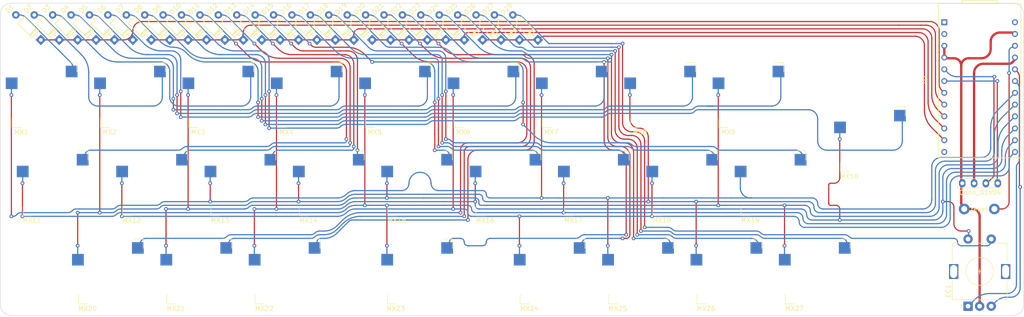
<source format=kicad_pcb>
(kicad_pcb (version 20211014) (generator pcbnew)
  (layers (0 "F.Cu" signal) (31 "B.Cu" signal) (34 "B.Paste" user) (35 "F.Paste" user) (36 "B.SilkS" user "B.Silkscreen") (37 "F.SilkS" user "F.Silkscreen") (38 "B.Mask" user) (39 "F.Mask" user) (44 "Edge.Cuts" user))
  (net 0 "")
  (net 1 "row0")
  (net 2 "Net-(D1-Pad2)")
  (net 3 "Net-(D2-Pad2)")
  (net 4 "Net-(D3-Pad2)")
  (net 5 "Net-(D4-Pad2)")
  (net 6 "Net-(D5-Pad2)")
  (net 7 "Net-(D6-Pad2)")
  (net 8 "row1")
  (net 9 "Net-(D7-Pad2)")
  (net 10 "Net-(D8-Pad2)")
  (net 11 "Net-(D9-Pad2)")
  (net 12 "Net-(D10-Pad2)")
  (net 13 "Net-(D11-Pad2)")
  (net 14 "Net-(D12-Pad2)")
  (net 15 "row2")
  (net 16 "Net-(D13-Pad2)")
  (net 17 "Net-(D14-Pad2)")
  (net 18 "Net-(D15-Pad2)")
  (net 19 "Net-(D16-Pad2)")
  (net 20 "Net-(D17-Pad2)")
  (net 21 "Net-(D18-Pad2)")
  (net 22 "row3")
  (net 23 "Net-(D19-Pad2)")
  (net 24 "Net-(D20-Pad2)")
  (net 25 "Net-(D21-Pad2)")
  (net 26 "Net-(D22-Pad2)")
  (net 27 "Net-(D23-Pad2)")
  (net 28 "Net-(D24-Pad2)")
  (net 29 "row4")
  (net 30 "Net-(D25-Pad2)")
  (net 31 "Net-(D26-Pad2)")
  (net 32 "Net-(D27-Pad2)")
  (net 33 "encrow")
  (net 34 "encB")
  (net 35 "encA")
  (net 36 "GND")
  (net 37 "enccol")
  (net 38 "VCC")
  (net 39 "scl")
  (net 40 "sda")
  (net 41 "col0")
  (net 42 "col1")
  (net 43 "col2")
  (net 44 "col4")
  (net 45 "col5")
  (net 46 "rst")
  (footprint "hannah_montana:diode" (layer "F.Cu") (at 84.1375 7.9375 135)
    (fp_text reference "D20")
    (fp_text value "D_Small")
  )
  (footprint "hannah_montana:switch" (layer "F.Cu") (at 207.8125 44.45)
    (fp_text reference "SW1")
    (fp_text value "SW_Push")
  )
  (footprint "hannah_montana:2u" (layer "F.Cu") (at 90.4875 57.94375)
    (fp_text reference "MX23")
    (fp_text value "MX-NoLED")
  )
  (footprint "hannah_montana:1u" (layer "F.Cu") (at 166.6875 38.89375)
    (fp_text reference "MX19")
    (fp_text value "MX-NoLED")
  )
  (footprint "hannah_montana:diode" (layer "F.Cu") (at 72.23125 7.9375 135)
    (fp_text reference "D17")
    (fp_text value "D_Small")
  )
  (footprint "hannah_montana:diode" (layer "F.Cu") (at 12.7 7.9375 135)
    (fp_text reference "D2")
    (fp_text value "D_Small")
  )
  (footprint "hannah_montana:1u" (layer "F.Cu") (at 66.675 19.84375)
    (fp_text reference "MX4")
    (fp_text value "MX-NoLED")
  )
  (footprint "hannah_montana:diode" (layer "F.Cu") (at 44.45 7.9375 135)
    (fp_text reference "D10")
    (fp_text value "D_Small")
  )
  (footprint "hannah_montana:diode" (layer "F.Cu") (at 115.8875 7.9375 135)
    (fp_text reference "D28")
    (fp_text value "D_Small")
  )
  (footprint "hannah_montana:diode" (layer "F.Cu") (at 56.35625 7.9375 135)
    (fp_text reference "D13")
    (fp_text value "D_Small")
  )
  (footprint "hannah_montana:1u" (layer "F.Cu") (at 104.775 19.84375)
    (fp_text reference "MX6")
    (fp_text value "MX-NoLED")
  )
  (footprint "hannah_montana:diode" (layer "F.Cu") (at 32.54375 7.9375 135)
    (fp_text reference "D7")
    (fp_text value "D_Small")
  )
  (footprint "hannah_montana:1u" (layer "F.Cu") (at 61.9125 57.94375)
    (fp_text reference "MX22")
    (fp_text value "MX-NoLED")
  )
  (footprint "hannah_montana:diode" (layer "F.Cu") (at 16.66875 7.9375 135)
    (fp_text reference "D3")
    (fp_text value "D_Small")
  )
  (footprint "hannah_montana:diode" (layer "F.Cu") (at 8.73125 7.9375 135)
    (fp_text reference "D1")
    (fp_text value "D_Small")
  )
  (footprint "hannah_montana:diode" (layer "F.Cu") (at 52.3875 7.9375 135)
    (fp_text reference "D12")
    (fp_text value "D_Small")
  )
  (footprint "hannah_montana:1u" (layer "F.Cu") (at 147.6375 38.89375)
    (fp_text reference "MX18")
    (fp_text value "MX-NoLED")
  )
  (footprint "hannah_montana:diode" (layer "F.Cu") (at 100.0125 7.9375 135)
    (fp_text reference "D24")
    (fp_text value "D_Small")
  )
  (footprint "hannah_montana:diode" (layer "F.Cu") (at 68.2625 7.9375 135)
    (fp_text reference "D16")
    (fp_text value "D_Small")
  )
  (footprint "hannah_montana:1u" (layer "F.Cu") (at 23.8125 57.94375)
    (fp_text reference "MX20")
    (fp_text value "MX-NoLED")
  )
  (footprint "hannah_montana:1u" (layer "F.Cu") (at 138.1125 57.94375)
    (fp_text reference "MX25")
    (fp_text value "MX-NoLED")
  )
  (footprint "hannah_montana:1u" (layer "F.Cu") (at 90.4875 38.89375)
    (fp_text reference "MX15")
    (fp_text value "MX-NoLED")
  )
  (footprint "hannah_montana:1u" (layer "F.Cu") (at 128.5875 38.89375)
    (fp_text reference "MX17")
    (fp_text value "MX-NoLED")
  )
  (footprint "hannah_montana:1u" (layer "F.Cu") (at 47.625 19.84375)
    (fp_text reference "MX3")
    (fp_text value "MX-NoLED")
  )
  (footprint "hannah_montana:1u" (layer "F.Cu") (at 42.8625 57.94375)
    (fp_text reference "MX21")
    (fp_text value "MX-NoLED")
  )
  (footprint "hannah_montana:1u" (layer "F.Cu") (at 176.2125 57.94375)
    (fp_text reference "MX27")
    (fp_text value "MX-NoLED")
  )
  (footprint "hannah_montana:diode" (layer "F.Cu") (at 48.41875 7.9375 135)
    (fp_text reference "D11")
    (fp_text value "D_Small")
  )
  (footprint "hannah_montana:1u" (layer "F.Cu") (at 142.875 19.84375)
    (fp_text reference "MX8")
    (fp_text value "MX-NoLED")
  )
  (footprint "hannah_montana:1u" (layer "F.Cu") (at 52.3875 38.89375)
    (fp_text reference "MX13")
    (fp_text value "MX-NoLED")
  )
  (footprint "hannah_montana:1u" (layer "F.Cu") (at 28.575 19.84375)
    (fp_text reference "MX2")
    (fp_text value "MX-NoLED")
  )
  (footprint "hannah_montana:1u" (layer "F.Cu") (at 123.825 19.84375)
    (fp_text reference "MX7")
    (fp_text value "MX-NoLED")
  )
  (footprint "hannah_montana:diode" (layer "F.Cu") (at 111.91875 7.9375 135)
    (fp_text reference "D27")
    (fp_text value "D_Small")
  )
  (footprint "hannah_montana:diode" (layer "F.Cu") (at 40.48125 7.9375 135)
    (fp_text reference "D9")
    (fp_text value "D_Small")
  )
  (footprint "hannah_montana:1u" (layer "F.Cu") (at 85.725 19.84375)
    (fp_text reference "MX5")
    (fp_text value "MX-NoLED")
  )
  (footprint "hannah_montana:diode" (layer "F.Cu") (at 103.98125 7.9375 135)
    (fp_text reference "D25")
    (fp_text value "D_Small")
  )
  (footprint "hannah_montana:1u" (layer "F.Cu") (at 157.1625 57.94375)
    (fp_text reference "MX26")
    (fp_text value "MX-NoLED")
  )
  (footprint "hannah_montana:1.25u" (layer "F.Cu") (at 11.90625 38.89375)
    (fp_text reference "MX11")
    (fp_text value "MX-NoLED")
  )
  (footprint "hannah_montana:oled" (layer "F.Cu") (at 207.3875 38.89375)
    (fp_text reference "J1")
    (fp_text value "Conn_01x04")
  )
  (footprint "hannah_montana:diode" (layer "F.Cu") (at 92.075 7.9375 135)
    (fp_text reference "D22")
    (fp_text value "D_Small")
  )
  (footprint "hannah_montana:iso" (layer "F.Cu") (at 188.11875 29.36875)
    (fp_text reference "MX10")
    (fp_text value "MX-NoLED")
  )
  (footprint "hannah_montana:1u" (layer "F.Cu") (at 119.0625 57.94375)
    (fp_text reference "MX24")
    (fp_text value "MX-NoLED")
  )
  (footprint "hannah_montana:diode" (layer "F.Cu") (at 60.325 7.9375 135)
    (fp_text reference "D14")
    (fp_text value "D_Small")
  )
  (footprint "hannah_montana:1u" (layer "F.Cu") (at 71.4375 38.89375)
    (fp_text reference "MX14")
    (fp_text value "MX-NoLED")
  )
  (footprint "hannah_montana:encoder" (layer "F.Cu") (at 211.1375 57.94375 90)
    (fp_text reference "EC1")
    (fp_text value "RotaryEncoder_Switch")
  )
  (footprint "hannah_montana:1u" (layer "F.Cu") (at 33.3375 38.89375)
    (fp_text reference "MX12")
    (fp_text value "MX-NoLED")
  )
  (footprint "hannah_montana:diode" (layer "F.Cu") (at 96.04375 7.9375 135)
    (fp_text reference "D23")
    (fp_text value "D_Small")
  )
  (footprint "hannah_montana:diode" (layer "F.Cu") (at 20.6375 7.9375 135)
    (fp_text reference "D4")
    (fp_text value "D_Small")
  )
  (footprint "hannah_montana:diode" (layer "F.Cu") (at 80.16875 7.9375 135)
    (fp_text reference "D19")
    (fp_text value "D_Small")
  )
  (footprint "hannah_montana:1u" (layer "F.Cu") (at 161.925 19.84375)
    (fp_text reference "MX9")
    (fp_text value "MX-NoLED")
  )
  (footprint "hannah_montana:diode" (layer "F.Cu") (at 88.10625 7.9375 135)
    (fp_text reference "D21")
    (fp_text value "D_Small")
  )
  (footprint "hannah_montana:1u" (layer "F.Cu") (at 109.5375 38.89375)
    (fp_text reference "MX16")
    (fp_text value "MX-NoLED")
  )
  (footprint "hannah_montana:diode" (layer "F.Cu") (at 36.5125 7.9375 135)
    (fp_text reference "D8")
    (fp_text value "D_Small")
  )
  (footprint "hannah_montana:diode" (layer "F.Cu") (at 28.575 7.9375 135)
    (fp_text reference "D6")
    (fp_text value "D_Small")
  )
  (footprint "hannah_montana:diode" (layer "F.Cu") (at 24.60625 7.9375 135)
    (fp_text reference "D5")
    (fp_text value "D_Small")
  )
  (footprint "ProMicro:ProMicro" (layer "F.Cu") (at 211.1375 16.7575 -90)
    (fp_text reference "U1")
    (fp_text value "ProMicro")
  )
  (footprint "hannah_montana:1u" (layer "F.Cu") (at 9.525 19.84375)
    (fp_text reference "MX1")
    (fp_text value "MX-NoLED")
  )
  (footprint "hannah_montana:diode" (layer "F.Cu") (at 107.95 7.9375 135)
    (fp_text reference "D26")
    (fp_text value "D_Small")
  )
  (footprint "hannah_montana:diode" (layer "F.Cu") (at 64.29375 7.9375 135)
    (fp_text reference "D15")
    (fp_text value "D_Small")
  )
  (footprint "hannah_montana:diode" (layer "F.Cu") (at 76.2 7.9375 135)
    (fp_text reference "D18")
    (fp_text value "D_Small")
  )
  (gr_arc (start 88.10625 38.89375) (mid 90.4875 36.5125) (end 92.86875 38.89375) (layer "B.Cu") (width 0.25))
  (gr_arc (start 94.45625 40.48125) (mid 93.333718 40.016282) (end 92.86875 38.89375) (layer "B.Cu") (width 0.25))
  (gr_line (start 86.51875 40.48125) (end 76.2 40.48125) (layer "B.Cu") (width 0.25))
  (gr_line (start 94.45625 40.48125) (end 103.98125 40.48125) (layer "B.Cu") (width 0.25))
  (gr_arc (start 88.10625 38.89375) (mid 87.641282 40.016282) (end 86.51875 40.48125) (layer "B.Cu") (width 0.25))
  (gr_line (start 220.6625 2.38125) (end 220.6625 65.0875) (layer "Edge.Cuts") (width 0.1))
  (gr_arc (start 2.38125 67.46875) (mid 0.697452 66.771298) (end 0 65.0875) (layer "Edge.Cuts") (width 0.1))
  (gr_line (start 2.38125 0) (end 218.28125 0) (layer "Edge.Cuts") (width 0.1))
  (gr_arc (start 220.6625 65.0875) (mid 219.965048 66.771298) (end 218.28125 67.46875) (layer "Edge.Cuts") (width 0.1))
  (gr_arc (start 218.28125 0) (mid 219.965048 0.697452) (end 220.6625 2.38125) (layer "Edge.Cuts") (width 0.1))
  (gr_line (start 218.28125 67.46875) (end 2.38125 67.46875) (layer "Edge.Cuts") (width 0.1))
  (gr_line (start 0 65.0875) (end 0 2.38125) (layer "Edge.Cuts") (width 0.1))
  (gr_arc (start 0 2.38125) (mid 0.697452 0.697452) (end 2.38125 0) (layer "Edge.Cuts") (width 0.1))
  (segment (start 26.590625 7.9375) (end 8.73125 7.9375) (width 0.25) (layer "F.Cu") (net 1))
  (segment (start 202.40625 5.968748) (end 202.40625 17.470477) (width 0.25) (layer "F.Cu") (net 1))
  (segment (start 202.961875 18.811875) (end 203.5175 19.3675) (width 0.25) (layer "F.Cu") (net 1))
  (segment (start 30.559375 3.968749) (end 200.406251 3.968749) (width 0.25) (layer "F.Cu") (net 1))
  (arc (start 202.40625 5.968748) (mid 201.820463 4.554535) (end 200.406251 3.968749) (width 0.25) (layer "F.Cu") (net 1))
  (arc (start 28.575 5.953125) (mid 27.99379 7.35629) (end 26.590625 7.9375) (width 0.25) (layer "F.Cu") (net 1))
  (arc (start 30.559375 3.968749) (mid 29.156209 4.549959) (end 28.575 5.953125) (width 0.25) (layer "F.Cu") (net 1))
  (arc (start 202.40625 17.470477) (mid 202.550652 18.196436) (end 202.961875 18.811875) (width 0.25) (layer "F.Cu") (net 1))
  (segment (start 15.875 14.682969) (end 15.875 15.875) (width 0.25) (layer "B.Cu") (net 2))
  (segment (start 4.138252 2.549346) (end 3.343096 2.549346) (width 0.25) (layer "B.Cu") (net 2))
  (segment (start 5.495668 3.111606) (end 15.032106 12.648044) (width 0.25) (layer "B.Cu") (net 2))
  (arc (start 15.032106 12.648044) (mid 15.655938 13.581675) (end 15.875 14.682969) (width 0.25) (layer "B.Cu") (net 2))
  (arc (start 5.495668 3.111606) (mid 4.87288 2.695472) (end 4.138252 2.549346) (width 0.25) (layer "B.Cu") (net 2))
  (segment (start 8.107002 2.549346) (end 7.311846 2.549346) (width 0.25) (layer "B.Cu") (net 3))
  (segment (start 19.05 20.225001) (end 19.05 14.951151) (width 0.25) (layer "B.Cu") (net 3))
  (segment (start 34.925 20.225001) (end 34.925 15.08125) (width 0.25) (layer "B.Cu") (net 3))
  (segment (start 21.049998 22.225) (end 32.925001 22.225) (width 0.25) (layer "B.Cu") (net 3))
  (segment (start 17.456207 11.103395) (end 9.464418 3.111606) (width 0.25) (layer "B.Cu") (net 3))
  (arc (start 9.464418 3.111606) (mid 8.84163 2.695472) (end 8.107002 2.549346) (width 0.25) (layer "B.Cu") (net 3))
  (arc (start 17.456207 11.103395) (mid 18.635786 12.86876) (end 19.05 14.951151) (width 0.25) (layer "B.Cu") (net 3))
  (arc (start 34.925 20.225001) (mid 34.339213 21.639213) (end 32.925001 22.225) (width 0.25) (layer "B.Cu") (net 3))
  (arc (start 19.05 20.225001) (mid 19.635785 21.639213) (end 21.049998 22.225) (width 0.25) (layer "B.Cu") (net 3))
  (segment (start 25.275525 12.7) (end 34.512501 12.7) (width 0.25) (layer "B.Cu") (net 4))
  (segment (start 53.975 20.225001) (end 53.975 14.2875) (width 0.25) (layer "B.Cu") (net 4))
  (segment (start 12.075752 2.549346) (end 11.280596 2.549346) (width 0.25) (layer "B.Cu") (net 4))
  (segment (start 36.5125 20.225001) (end 36.5125 14.699998) (width 0.25) (layer "B.Cu") (net 4))
  (segment (start 51.975001 22.225) (end 38.512498 22.225) (width 0.25) (layer "B.Cu") (net 4))
  (segment (start 13.433168 3.111606) (end 21.427769 11.106207) (width 0.25) (layer "B.Cu") (net 4))
  (arc (start 36.5125 14.699998) (mid 35.926713 13.285785) (end 34.512501 12.7) (width 0.25) (layer "B.Cu") (net 4))
  (arc (start 13.433168 3.111606) (mid 12.81038 2.695472) (end 12.075752 2.549346) (width 0.25) (layer "B.Cu") (net 4))
  (arc (start 21.427769 11.106207) (mid 23.193134 12.285786) (end 25.275525 12.7) (width 0.25) (layer "B.Cu") (net 4))
  (arc (start 53.975 20.225001) (mid 53.389213 21.639213) (end 51.975001 22.225) (width 0.25) (layer "B.Cu") (net 4))
  (arc (start 36.5125 20.225001) (mid 37.098285 21.639213) (end 38.512498 22.225) (width 0.25) (layer "B.Cu") (net 4))
  (segment (start 37.30625 20.6375) (end 37.30625 23.01875) (width 0.25) (layer "F.Cu") (net 5))
  (via (at 37.30625 23.01875) (size 0.8) (drill 0.4) (layers "F.Cu" "B.Cu") (net 5))
  (via (at 37.30625 20.6375) (size 0.8) (drill 0.4) (layers "F.Cu" "B.Cu") (net 5))
  (segment (start 17.401918 3.111606) (end 24.602769 10.312457) (width 0.25) (layer "B.Cu") (net 5))
  (segment (start 16.044502 2.549346) (end 15.249346 2.549346) (width 0.25) (layer "B.Cu") (net 5))
  (segment (start 37.30625 23.01875) (end 53.413733 23.01875) (width 0.25) (layer "B.Cu") (net 5))
  (segment (start 37.30625 13.906248) (end 37.30625 20.6375) (width 0.25) (layer "B.Cu") (net 5))
  (segment (start 35.306251 11.90625) (end 28.450525 11.90625) (width 0.25) (layer "B.Cu") (net 5))
  (segment (start 73.025 20.225001) (end 73.025 14.2875) (width 0.25) (layer "B.Cu") (net 5))
  (segment (start 55.330016 22.225) (end 71.025001 22.225) (width 0.25) (layer "B.Cu") (net 5))
  (arc (start 24.602769 10.312457) (mid 26.368134 11.492036) (end 28.450525 11.90625) (width 0.25) (layer "B.Cu") (net 5))
  (arc (start 73.025 20.225001) (mid 72.439213 21.639213) (end 71.025001 22.225) (width 0.25) (layer "B.Cu") (net 5))
  (arc (start 37.30625 13.906248) (mid 36.720463 12.492035) (end 35.306251 11.90625) (width 0.25) (layer "B.Cu") (net 5))
  (arc (start 17.401918 3.111606) (mid 16.77913 2.695472) (end 16.044502 2.549346) (width 0.25) (layer "B.Cu") (net 5))
  (arc (start 54.371875 22.621875) (mid 53.932275 22.915605) (end 53.413733 23.01875) (width 0.25) (layer "B.Cu") (net 5))
  (arc (start 55.330016 22.225) (mid 54.811473 22.328144) (end 54.371875 22.621875) (width 0.25) (layer "B.Cu") (net 5))
  (segment (start 38.1 23.8125) (end 38.1 19.84375) (width 0.25) (layer "F.Cu") (net 6))
  (via (at 38.1 23.8125) (size 0.8) (drill 0.4) (layers "F.Cu" "B.Cu") (net 6))
  (via (at 38.1 19.84375) (size 0.8) (drill 0.4) (layers "F.Cu" "B.Cu") (net 6))
  (segment (start 78.58125 22.225) (end 76.99375 22.225) (width 0.25) (layer "B.Cu") (net 6))
  (segment (start 76.99375 22.225) (end 74.380016 22.225) (width 0.25) (layer "B.Cu") (net 6))
  (segment (start 38.1 23.8125) (end 53.413733 23.8125) (width 0.25) (layer "B.Cu") (net 6))
  (segment (start 27.777769 9.518707) (end 21.370668 3.111606) (width 0.25) (layer "B.Cu") (net 6))
  (segment (start 20.013252 2.549346) (end 19.218096 2.549346) (width 0.25) (layer "B.Cu") (net 6))
  (segment (start 76.99375 22.225) (end 78.58125 22.225) (width 0.25) (layer "B.Cu") (net 6))
  (segment (start 55.330016 23.01875) (end 72.463733 23.01875) (width 0.25) (layer "B.Cu") (net 6))
  (segment (start 31.625525 11.1125) (end 36.100001 11.1125) (width 0.25) (layer "B.Cu") (net 6))
  (segment (start 76.99375 22.225) (end 76.2 22.225) (width 0.25) (layer "B.Cu") (net 6))
  (segment (start 38.1 13.112498) (end 38.1 19.84375) (width 0.25) (layer "B.Cu") (net 6))
  (segment (start 92.075 20.225001) (end 92.075 14.2875) (width 0.25) (layer "B.Cu") (net 6))
  (segment (start 90.075001 22.225) (end 78.58125 22.225) (width 0.25) (layer "B.Cu") (net 6))
  (arc (start 21.370668 3.111606) (mid 20.74788 2.695472) (end 20.013252 2.549346) (width 0.25) (layer "B.Cu") (net 6))
  (arc (start 55.330016 23.01875) (mid 54.811473 23.121894) (end 54.371875 23.415625) (width 0.25) (layer "B.Cu") (net 6))
  (arc (start 92.075 20.225001) (mid 91.489213 21.639213) (end 90.075001 22.225) (width 0.25) (layer "B.Cu") (net 6))
  (arc (start 38.1 13.112498) (mid 37.514213 11.698285) (end 36.100001 11.1125) (width 0.25) (layer "B.Cu") (net 6))
  (arc (start 27.777769 9.518707) (mid 29.543134 10.698286) (end 31.625525 11.1125) (width 0.25) (layer "B.Cu") (net 6))
  (arc (start 76.99375 22.225) (mid 76.99375 22.225) (end 76.99375 22.225) (width 0.25) (layer "B.Cu") (net 6))
  (arc (start 54.371875 23.415625) (mid 53.932275 23.709355) (end 53.413733 23.8125) (width 0.25) (layer "B.Cu") (net 6))
  (arc (start 73.421875 22.621875) (mid 72.982275 22.915605) (end 72.463733 23.01875) (width 0.25) (layer "B.Cu") (net 6))
  (arc (start 74.380016 22.225) (mid 73.861473 22.328144) (end 73.421875 22.621875) (width 0.25) (layer "B.Cu") (net 6))
  (segment (start 38.89375 19.05) (end 38.89375 24.60625) (width 0.25) (layer "F.Cu") (net 7))
  (via (at 38.89375 19.05) (size 0.8) (drill 0.4) (layers "F.Cu" "B.Cu") (net 7))
  (via (at 38.89375 24.60625) (size 0.8) (drill 0.4) (layers "F.Cu" "B.Cu") (net 7))
  (segment (start 96.440625 22.225) (end 109.125001 22.225) (width 0.25) (layer "B.Cu") (net 7))
  (segment (start 96.440625 22.225) (end 95.646875 22.225) (width 0.25) (layer "B.Cu") (net 7))
  (segment (start 36.893751 10.31875) (end 34.800525 10.31875) (width 0.25) (layer "B.Cu") (net 7))
  (segment (start 95.646875 22.225) (end 93.430016 22.225) (width 0.25) (layer "B.Cu") (net 7))
  (segment (start 23.982002 2.549346) (end 23.186846 2.549346) (width 0.25) (layer "B.Cu") (net 7))
  (segment (start 95.646875 22.225) (end 95.25 22.225) (width 0.25) (layer "B.Cu") (net 7))
  (segment (start 38.89375 24.60625) (end 53.413733 24.60625) (width 0.25) (layer "B.Cu") (net 7))
  (segment (start 95.646875 22.225) (end 96.440625 22.225) (width 0.25) (layer "B.Cu") (net 7))
  (segment (start 74.380016 23.01875) (end 91.513733 23.01875) (width 0.25) (layer "B.Cu") (net 7))
  (segment (start 111.125 20.225001) (end 111.125 14.2875) (width 0.25) (layer "B.Cu") (net 7))
  (segment (start 25.339418 3.111606) (end 30.952769 8.724957) (width 0.25) (layer "B.Cu") (net 7))
  (segment (start 38.89375 12.318748) (end 38.89375 19.05) (width 0.25) (layer "B.Cu") (net 7))
  (segment (start 55.330016 23.8125) (end 72.463733 23.8125) (width 0.25) (layer "B.Cu") (net 7))
  (arc (start 25.339418 3.111606) (mid 24.71663 2.695472) (end 23.982002 2.549346) (width 0.25) (layer "B.Cu") (net 7))
  (arc (start 38.89375 12.318748) (mid 38.307963 10.904535) (end 36.893751 10.31875) (width 0.25) (layer "B.Cu") (net 7))
  (arc (start 73.421875 23.415625) (mid 72.982275 23.709355) (end 72.463733 23.8125) (width 0.25) (layer "B.Cu") (net 7))
  (arc (start 92.471875 22.621875) (mid 92.032275 22.915605) (end 91.513733 23.01875) (width 0.25) (layer "B.Cu") (net 7))
  (arc (start 111.125 20.225001) (mid 110.539213 21.639213) (end 109.125001 22.225) (width 0.25) (layer "B.Cu") (net 7))
  (arc (start 93.430016 22.225) (mid 92.911473 22.328144) (end 92.471875 22.621875) (width 0.25) (layer "B.Cu") (net 7))
  (arc (start 54.371875 24.209375) (mid 53.932275 24.503105) (end 53.413733 24.60625) (width 0.25) (layer "B.Cu") (net 7))
  (arc (start 30.952769 8.724957) (mid 32.718134 9.904536) (end 34.800525 10.31875) (width 0.25) (layer "B.Cu") (net 7))
  (arc (start 95.646875 22.225) (mid 95.646875 22.225) (end 95.646875 22.225) (width 0.25) (layer "B.Cu") (net 7))
  (arc (start 74.380016 23.01875) (mid 73.861473 23.121894) (end 73.421875 23.415625) (width 0.25) (layer "B.Cu") (net 7))
  (arc (start 55.330016 23.8125) (mid 54.811473 23.915644) (end 54.371875 24.209375) (width 0.25) (layer "B.Cu") (net 7))
  (segment (start 198.399394 4.7625) (end 193.713106 4.7625) (width 0.25) (layer "F.Cu") (net 8))
  (segment (start 201.6125 6.762498) (end 201.6125 18.655461) (width 0.25) (layer "F.Cu") (net 8))
  (segment (start 202.565 20.955) (end 203.5175 21.9075) (width 0.25) (layer "F.Cu") (net 8))
  (segment (start 193.713106 4.7625) (end 53.975 4.7625) (width 0.25) (layer "F.Cu") (net 8))
  (segment (start 50.8 7.9375) (end 32.54375 7.9375) (width 0.25) (layer "F.Cu") (net 8))
  (segment (start 199.612501 4.7625) (end 198.399394 4.7625) (width 0.25) (layer "F.Cu") (net 8))
  (arc (start 53.975 4.7625) (mid 52.852467 5.227467) (end 52.3875 6.35) (width 0.25) (layer "F.Cu") (net 8))
  (arc (start 201.6125 18.655461) (mid 201.860046 19.899962) (end 202.565 20.955) (width 0.25) (layer "F.Cu") (net 8))
  (arc (start 201.6125 6.762498) (mid 201.026713 5.348285) (end 199.612501 4.7625) (width 0.25) (layer "F.Cu") (net 8))
  (arc (start 52.3875 6.35) (mid 51.922532 7.472532) (end 50.8 7.9375) (width 0.25) (layer "F.Cu") (net 8))
  (segment (start 55.5625 24.60625) (end 55.5625 21.43125) (width 0.25) (layer "F.Cu") (net 9))
  (via (at 55.5625 21.43125) (size 0.8) (drill 0.4) (layers "F.Cu" "B.Cu") (net 9))
  (via (at 55.5625 24.60625) (size 0.8) (drill 0.4) (layers "F.Cu" "B.Cu") (net 9))
  (segment (start 34.600024 8.403462) (end 29.308168 3.111606) (width 0.25) (layer "B.Cu") (net 9))
  (segment (start 115.490625 22.225) (end 114.696875 22.225) (width 0.25) (layer "B.Cu") (net 9))
  (segment (start 115.490625 22.225) (end 128.175001 22.225) (width 0.25) (layer "B.Cu") (net 9))
  (segment (start 114.696875 22.225) (end 112.480016 22.225) (width 0.25) (layer "B.Cu") (net 9))
  (segment (start 74.380016 23.8125) (end 91.513733 23.8125) (width 0.25) (layer "B.Cu") (net 9))
  (segment (start 44.313814 12.7) (end 44.488106 12.7) (width 0.25) (layer "B.Cu") (net 9))
  (segment (start 130.175 20.225001) (end 130.175 14.2875) (width 0.25) (layer "B.Cu") (net 9))
  (segment (start 72.463733 24.60625) (end 55.5625 24.60625) (width 0.25) (layer "B.Cu") (net 9))
  (segment (start 40.015287 10.646537) (end 40.48125 11.1125) (width 0.25) (layer "B.Cu") (net 9))
  (segment (start 49.174394 12.7) (end 53.562501 12.7) (width 0.25) (layer "B.Cu") (net 9))
  (segment (start 114.696875 22.225) (end 115.490625 22.225) (width 0.25) (layer "B.Cu") (net 9))
  (segment (start 55.5625 21.43125) (end 55.5625 14.699998) (width 0.25) (layer "B.Cu") (net 9))
  (segment (start 27.950752 2.549346) (end 27.155596 2.549346) (width 0.25) (layer "B.Cu") (net 9))
  (segment (start 114.696875 22.225) (end 114.3 22.225) (width 0.25) (layer "B.Cu") (net 9))
  (segment (start 49.174394 12.7) (end 44.488106 12.7) (width 0.25) (layer "B.Cu") (net 9))
  (segment (start 110.563733 23.01875) (end 93.430016 23.01875) (width 0.25) (layer "B.Cu") (net 9))
  (arc (start 114.696875 22.225) (mid 114.696875 22.225) (end 114.696875 22.225) (width 0.25) (layer "B.Cu") (net 9))
  (arc (start 111.521875 22.621875) (mid 111.082275 22.915605) (end 110.563733 23.01875) (width 0.25) (layer "B.Cu") (net 9))
  (arc (start 40.48125 11.1125) (mid 42.239645 12.287422) (end 44.313814 12.7) (width 0.25) (layer "B.Cu") (net 9))
  (arc (start 34.600024 8.403462) (mid 35.842296 9.233521) (end 37.307656 9.525) (width 0.25) (layer "B.Cu") (net 9))
  (arc (start 93.430016 23.01875) (mid 92.911473 23.121894) (end 92.471875 23.415625) (width 0.25) (layer "B.Cu") (net 9))
  (arc (start 74.380016 23.8125) (mid 73.861473 23.915644) (end 73.421875 24.209375) (width 0.25) (layer "B.Cu") (net 9))
  (arc (start 40.015287 10.646537) (mid 38.773015 9.816477) (end 37.307656 9.525) (width 0.25) (layer "B.Cu") (net 9))
  (arc (start 92.471875 23.415625) (mid 92.032275 23.709355) (end 91.513733 23.8125) (width 0.25) (layer "B.Cu") (net 9))
  (arc (start 55.5625 14.699998) (mid 54.976713 13.285785) (end 53.562501 12.7) (width 0.25) (layer "B.Cu") (net 9))
  (arc (start 112.480016 22.225) (mid 111.961473 22.328144) (end 111.521875 22.621875) (width 0.25) (layer "B.Cu") (net 9))
  (arc (start 29.308168 3.111606) (mid 28.68538 2.695472) (end 27.950752 2.549346) (width 0.25) (layer "B.Cu") (net 9))
  (arc (start 73.421875 24.209375) (mid 72.982275 24.503105) (end 72.463733 24.60625) (width 0.25) (layer "B.Cu") (net 9))
  (arc (start 130.175 20.225001) (mid 129.589213 21.639213) (end 128.175001 22.225) (width 0.25) (layer "B.Cu") (net 9))
  (segment (start 56.353438 20.634688) (end 56.35625 20.6375) (width 0.25) (layer "F.Cu") (net 10))
  (segment (start 56.353438 25.397188) (end 56.353438 20.634688) (width 0.25) (layer "F.Cu") (net 10))
  (via (at 56.353438 25.397188) (size 0.8) (drill 0.4) (layers "F.Cu" "B.Cu") (net 10))
  (via (at 56.353438 20.634688) (size 0.8) (drill 0.4) (layers "F.Cu" "B.Cu") (net 10))
  (segment (start 129.613733 23.01875) (end 112.480016 23.01875) (width 0.25) (layer "B.Cu") (net 10))
  (segment (start 135.73125 22.225) (end 134.14375 22.225) (width 0.25) (layer "B.Cu") (net 10))
  (segment (start 56.353438 20.634688) (end 56.353438 13.903436) (width 0.25) (layer "B.Cu") (net 10))
  (segment (start 44.322713 11.903438) (end 54.353439 11.903438) (width 0.25) (layer "B.Cu") (net 10))
  (segment (start 31.919502 2.549346) (end 31.124346 2.549346) (width 0.25) (layer "B.Cu") (net 10))
  (segment (start 74.380016 24.60625) (end 91.513733 24.60625) (width 0.25) (layer "B.Cu") (net 10))
  (segment (start 134.14375 22.225) (end 135.73125 22.225) (width 0.25) (layer "B.Cu") (net 10))
  (segment (start 134.14375 22.225) (end 133.35 22.225) (width 0.25) (layer "B.Cu") (net 10))
  (segment (start 131.530016 22.225) (end 134.14375 22.225) (width 0.25) (layer "B.Cu") (net 10))
  (segment (start 72.463733 25.4) (end 56.358238 25.4) (width 0.25) (layer "B.Cu") (net 10))
  (segment (start 149.225 20.225001) (end 149.225 14.2875) (width 0.25) (layer "B.Cu") (net 10))
  (segment (start 135.73125 22.225) (end 147.225001 22.225) (width 0.25) (layer "B.Cu") (net 10))
  (segment (start 33.276918 3.111606) (end 40.474957 10.309645) (width 0.25) (layer "B.Cu") (net 10))
  (segment (start 93.430016 23.8125) (end 110.563733 23.8125) (width 0.25) (layer "B.Cu") (net 10))
  (segment (start 56.353438 25.397188) (end 56.354844 25.398594) (width 0.25) (layer "B.Cu") (net 10))
  (arc (start 131.530016 22.225) (mid 131.011473 22.328144) (end 130.571875 22.621875) (width 0.25) (layer "B.Cu") (net 10))
  (arc (start 112.480016 23.01875) (mid 111.961473 23.121894) (end 111.521875 23.415625) (width 0.25) (layer "B.Cu") (net 10))
  (arc (start 74.380016 24.60625) (mid 73.861473 24.709394) (end 73.421875 25.003125) (width 0.25) (layer "B.Cu") (net 10))
  (arc (start 111.521875 23.415625) (mid 111.082275 23.709355) (end 110.563733 23.8125) (width 0.25) (layer "B.Cu") (net 10))
  (arc (start 149.225 20.225001) (mid 148.639213 21.639213) (end 147.225001 22.225) (width 0.25) (layer "B.Cu") (net 10))
  (arc (start 56.353438 13.903436) (mid 55.767651 12.489223) (end 54.353439 11.903438) (width 0.25) (layer "B.Cu") (net 10))
  (arc (start 134.14375 22.225) (mid 134.14375 22.225) (end 134.14375 22.225) (width 0.25) (layer "B.Cu") (net 10))
  (arc (start 40.474957 10.309645) (mid 42.240322 11.489224) (end 44.322713 11.903438) (width 0.25) (layer "B.Cu") (net 10))
  (arc (start 73.421875 25.003125) (mid 72.982275 25.296855) (end 72.463733 25.4) (width 0.25) (layer "B.Cu") (net 10))
  (arc (start 130.571875 22.621875) (mid 130.132275 22.915605) (end 129.613733 23.01875) (width 0.25) (layer "B.Cu") (net 10))
  (arc (start 92.471875 24.209375) (mid 92.032275 24.503105) (end 91.513733 24.60625) (width 0.25) (layer "B.Cu") (net 10))
  (arc (start 33.276918 3.111606) (mid 32.65413 2.695472) (end 31.919502 2.549346) (width 0.25) (layer "B.Cu") (net 10))
  (arc (start 56.354844 25.398594) (mid 56.356401 25.399634) (end 56.358238 25.4) (width 0.25) (layer "B.Cu") (net 10))
  (arc (start 93.430016 23.8125) (mid 92.911473 23.915644) (end 92.471875 24.209375) (width 0.25) (layer "B.Cu") (net 10))
  (segment (start 57.15 26.19375) (end 57.15 19.84375) (width 0.25) (layer "F.Cu") (net 11))
  (via (at 57.15 26.19375) (size 0.8) (drill 0.4) (layers "F.Cu" "B.Cu") (net 11))
  (via (at 57.15 19.84375) (size 0.8) (drill 0.4) (layers "F.Cu" "B.Cu") (net 11))
  (segment (start 57.15 17.859375) (end 57.15 18.653125) (width 0.25) (layer "B.Cu") (net 11))
  (segment (start 55.150001 11.1125) (end 47.500525 11.1125) (width 0.25) (layer "B.Cu") (net 11))
  (segment (start 153.590625 22.225) (end 166.275001 22.225) (width 0.25) (layer "B.Cu") (net 11))
  (segment (start 93.430016 24.60625) (end 110.563733 24.60625) (width 0.25) (layer "B.Cu") (net 11))
  (segment (start 57.15 13.112498) (end 57.15 17.859375) (width 0.25) (layer "B.Cu") (net 11))
  (segment (start 35.888252 2.549346) (end 35.093096 2.549346) (width 0.25) (layer "B.Cu") (net 11))
  (segment (start 152.796875 22.225) (end 152.4 22.225) (width 0.25) (layer "B.Cu") (net 11))
  (segment (start 72.463733 26.19375) (end 57.15 26.19375) (width 0.25) (layer "B.Cu") (net 11))
  (segment (start 74.380016 25.4) (end 91.513733 25.4) (width 0.25) (layer "B.Cu") (net 11))
  (segment (start 112.480016 23.8125) (end 129.613733 23.8125) (width 0.25) (layer "B.Cu") (net 11))
  (segment (start 37.245668 3.111606) (end 43.652769 9.518707) (width 0.25) (layer "B.Cu") (net 11))
  (segment (start 152.796875 22.225) (end 153.590625 22.225) (width 0.25) (layer "B.Cu") (net 11))
  (segment (start 153.590625 22.225) (end 152.796875 22.225) (width 0.25) (layer "B.Cu") (net 11))
  (segment (start 152.796875 22.225) (end 150.580016 22.225) (width 0.25) (layer "B.Cu") (net 11))
  (segment (start 168.275 20.225001) (end 168.275 14.2875) (width 0.25) (layer "B.Cu") (net 11))
  (segment (start 57.15 19.84375) (end 57.15 19.446875) (width 0.25) (layer "B.Cu") (net 11))
  (segment (start 57.15 18.653125) (end 57.15 19.446875) (width 0.25) (layer "B.Cu") (net 11))
  (segment (start 131.530016 23.01875) (end 148.663733 23.01875) (width 0.25) (layer "B.Cu") (net 11))
  (arc (start 93.430016 24.60625) (mid 92.911473 24.709394) (end 92.471875 25.003125) (width 0.25) (layer "B.Cu") (net 11))
  (arc (start 43.652769 9.518707) (mid 45.418134 10.698286) (end 47.500525 11.1125) (width 0.25) (layer "B.Cu") (net 11))
  (arc (start 37.245668 3.111606) (mid 36.62288 2.695472) (end 35.888252 2.549346) (width 0.25) (layer "B.Cu") (net 11))
  (arc (start 130.571875 23.415625) (mid 130.132275 23.709355) (end 129.613733 23.8125) (width 0.25) (layer "B.Cu") (net 11))
  (arc (start 57.15 13.112498) (mid 56.564213 11.698285) (end 55.150001 11.1125) (width 0.25) (layer "B.Cu") (net 11))
  (arc (start 149.621875 22.621875) (mid 149.182275 22.915605) (end 148.663733 23.01875) (width 0.25) (layer "B.Cu") (net 11))
  (arc (start 73.421875 25.796875) (mid 72.982275 26.090605) (end 72.463733 26.19375) (width 0.25) (layer "B.Cu") (net 11))
  (arc (start 92.471875 25.003125) (mid 92.032275 25.296855) (end 91.513733 25.4) (width 0.25) (layer "B.Cu") (net 11))
  (arc (start 131.530016 23.01875) (mid 131.011473 23.121894) (end 130.571875 23.415625) (width 0.25) (layer "B.Cu") (net 11))
  (arc (start 112.480016 23.8125) (mid 111.961473 23.915644) (end 111.521875 24.209375) (width 0.25) (layer "B.Cu") (net 11))
  (arc (start 150.580016 22.225) (mid 150.061473 22.328144) (end 149.621875 22.621875) (width 0.25) (layer "B.Cu") (net 11))
  (arc (start 152.796875 22.225) (mid 152.796875 22.225) (end 152.796875 22.225) (width 0.25) (layer "B.Cu") (net 11))
  (arc (start 74.380016 25.4) (mid 73.861473 25.503144) (end 73.421875 25.796875) (width 0.25) (layer "B.Cu") (net 11))
  (arc (start 111.521875 24.209375) (mid 111.082275 24.503105) (end 110.563733 24.60625) (width 0.25) (layer "B.Cu") (net 11))
  (arc (start 168.275 20.225001) (mid 167.689213 21.639213) (end 166.275001 22.225) (width 0.25) (layer "B.Cu") (net 11))
  (segment (start 57.94375 26.9875) (end 57.94375 19.05) (width 0.25) (layer "F.Cu") (net 12))
  (via (at 57.94375 19.05) (size 0.8) (drill 0.4) (layers "F.Cu" "B.Cu") (net 12))
  (via (at 57.94375 26.9875) (size 0.8) (drill 0.4) (layers "F.Cu" "B.Cu") (net 12))
  (segment (start 39.857002 2.549346) (end 39.061846 2.549346) (width 0.25) (layer "B.Cu") (net 12))
  (segment (start 57.94375 12.318748) (end 57.94375 17.859375) (width 0.25) (layer "B.Cu") (net 12))
  (segment (start 112.480016 24.60625) (end 129.613733 24.60625) (width 0.25) (layer "B.Cu") (net 12))
  (segment (start 194.46875 29.750001) (end 194.46875 23.8125) (width 0.25) (layer "B.Cu") (net 12))
  (segment (start 192.468751 31.75) (end 178.212498 31.75) (width 0.25) (layer "B.Cu") (net 12))
  (segment (start 131.530016 23.8125) (end 148.663733 23.8125) (width 0.25) (layer "B.Cu") (net 12))
  (segment (start 176.2125 29.750001) (end 176.2125 25.018748) (width 0.25) (layer "B.Cu") (net 12))
  (segment (start 93.430016 25.4) (end 110.563733 25.4) (width 0.25) (layer "B.Cu") (net 12))
  (segment (start 174.212501 23.01875) (end 150.580016 23.01875) (width 0.25) (layer "B.Cu") (net 12))
  (segment (start 91.513733 26.19375) (end 74.380016 26.19375) (width 0.25) (layer "B.Cu") (net 12))
  (segment (start 50.675525 10.31875) (end 55.943751 10.31875) (width 0.25) (layer "B.Cu") (net 12))
  (segment (start 57.94375 26.9875) (end 72.463733 26.9875) (width 0.25) (layer "B.Cu") (net 12))
  (segment (start 57.94375 19.05) (end 57.94375 18.653125) (width 0.25) (layer "B.Cu") (net 12))
  (segment (start 46.827769 8.724957) (end 41.214418 3.111606) (width 0.25) (layer "B.Cu") (net 12))
  (segment (start 57.94375 17.859375) (end 57.94375 18.653125) (width 0.25) (layer "B.Cu") (net 12))
  (arc (start 149.621875 23.415625) (mid 149.182275 23.709355) (end 148.663733 23.8125) (width 0.25) (layer "B.Cu") (net 12))
  (arc (start 112.480016 24.60625) (mid 111.961473 24.709394) (end 111.521875 25.003125) (width 0.25) (layer "B.Cu") (net 12))
  (arc (start 131.530016 23.8125) (mid 131.011473 23.915644) (end 130.571875 24.209375) (width 0.25) (layer "B.Cu") (net 12))
  (arc (start 73.421875 26.590625) (mid 72.982275 26.884355) (end 72.463733 26.9875) (width 0.25) (layer "B.Cu") (net 12))
  (arc (start 176.2125 25.018748) (mid 175.626713 23.604535) (end 174.212501 23.01875) (width 0.25) (layer "B.Cu") (net 12))
  (arc (start 46.827769 8.724957) (mid 48.593134 9.904536) (end 50.675525 10.31875) (width 0.25) (layer "B.Cu") (net 12))
  (arc (start 92.471875 25.796875) (mid 92.032275 26.090605) (end 91.513733 26.19375) (width 0.25) (layer "B.Cu") (net 12))
  (arc (start 41.214418 3.111606) (mid 40.59163 2.695472) (end 39.857002 2.549346) (width 0.25) (layer "B.Cu") (net 12))
  (arc (start 150.580016 23.01875) (mid 150.061473 23.121894) (end 149.621875 23.415625) (width 0.25) (layer "B.Cu") (net 12))
  (arc (start 130.571875 24.209375) (mid 130.132275 24.503105) (end 129.613733 24.60625) (width 0.25) (layer "B.Cu") (net 12))
  (arc (start 74.380016 26.19375) (mid 73.861473 26.296894) (end 73.421875 26.590625) (width 0.25) (layer "B.Cu") (net 12))
  (arc (start 176.2125 29.750001) (mid 176.798285 31.164213) (end 178.212498 31.75) (width 0.25) (layer "B.Cu") (net 12))
  (arc (start 93.430016 25.4) (mid 92.911473 25.503144) (end 92.471875 25.796875) (width 0.25) (layer "B.Cu") (net 12))
  (arc (start 57.94375 12.318748) (mid 57.357963 10.904535) (end 55.943751 10.31875) (width 0.25) (layer "B.Cu") (net 12))
  (arc (start 111.521875 25.003125) (mid 111.082275 25.296855) (end 110.563733 25.4) (width 0.25) (layer "B.Cu") (net 12))
  (arc (start 194.46875 29.750001) (mid 193.882963 31.164213) (end 192.468751 31.75) (width 0.25) (layer "B.Cu") (net 12))
  (segment (start 57.022713 12.7) (end 72.612501 12.7) (width 0.25) (layer "F.Cu") (net 13))
  (segment (start 53.174957 11.106207) (end 50.8 8.73125) (width 0.25) (layer "F.Cu") (net 13))
  (segment (start 74.6125 29.36875) (end 74.6125 14.699998) (width 0.25) (layer "F.Cu") (net 13))
  (via (at 74.6125 29.36875) (size 0.8) (drill 0.4) (layers "F.Cu" "B.Cu") (net 13))
  (via (at 50.8 8.73125) (size 0.8) (drill 0.4) (layers "F.Cu" "B.Cu") (net 13))
  (arc (start 53.174957 11.106207) (mid 54.940322 12.285786) (end 57.022713 12.7) (width 0.25) (layer "F.Cu") (net 13))
  (arc (start 74.6125 14.699998) (mid 74.026713 13.285785) (end 72.612501 12.7) (width 0.25) (layer "F.Cu") (net 13))
  (segment (start 74.6125 29.36875) (end 74.6125 29.765625) (width 0.25) (layer "B.Cu") (net 13))
  (segment (start 45.183168 3.111606) (end 50.799005 8.727443) (width 0.25) (layer "B.Cu") (net 13))
  (segment (start 50.8 8.73125) (end 50.8 8.729844) (width 0.25) (layer "B.Cu") (net 13))
  (segment (start 40.248766 30.95625) (end 57.382483 30.95625) (width 0.25) (layer "B.Cu") (net 13))
  (segment (start 74.215625 30.1625) (end 59.298766 30.1625) (width 0.25) (layer "B.Cu") (net 13))
  (segment (start 18.25625 32.940625) (end 18.25625 34.13125) (width 0.25) (layer "B.Cu") (net 13))
  (segment (start 19.446875 31.75) (end 38.332483 31.75) (width 0.25) (layer "B.Cu") (net 13))
  (segment (start 43.825752 2.549346) (end 43.030596 2.549346) (width 0.25) (layer "B.Cu") (net 13))
  (arc (start 39.290625 31.353125) (mid 38.851025 31.646855) (end 38.332483 31.75) (width 0.25) (layer "B.Cu") (net 13))
  (arc (start 50.799005 8.727443) (mid 50.799741 8.728544) (end 50.8 8.729844) (width 0.25) (layer "B.Cu") (net 13))
  (arc (start 59.298766 30.1625) (mid 58.780223 30.265644) (end 58.340625 30.559375) (width 0.25) (layer "B.Cu") (net 13))
  (arc (start 58.340625 30.559375) (mid 57.901025 30.853105) (end 57.382483 30.95625) (width 0.25) (layer "B.Cu") (net 13))
  (arc (start 74.6125 29.765625) (mid 74.496258 30.046258) (end 74.215625 30.1625) (width 0.25) (layer "B.Cu") (net 13))
  (arc (start 45.183168 3.111606) (mid 44.56038 2.695472) (end 43.825752 2.549346) (width 0.25) (layer "B.Cu") (net 13))
  (arc (start 40.248766 30.95625) (mid 39.730223 31.059394) (end 39.290625 31.353125) (width 0.25) (layer "B.Cu") (net 13))
  (arc (start 19.446875 31.75) (mid 18.604975 32.098725) (end 18.25625 32.940625) (width 0.25) (layer "B.Cu") (net 13))
  (segment (start 60.188814 11.90625) (end 73.406251 11.90625) (width 0.25) (layer "F.Cu") (net 14))
  (segment (start 56.35625 10.31875) (end 54.76875 8.73125) (width 0.25) (layer "F.Cu") (net 14))
  (segment (start 75.40625 30.1625) (end 75.40625 13.906248) (width 0.25) (layer "F.Cu") (net 14))
  (via (at 54.76875 8.73125) (size 0.8) (drill 0.4) (layers "F.Cu" "B.Cu") (net 14))
  (via (at 75.40625 30.1625) (size 0.8) (drill 0.4) (layers "F.Cu" "B.Cu") (net 14))
  (arc (start 75.40625 13.906248) (mid 74.820463 12.492035) (end 73.406251 11.90625) (width 0.25) (layer "F.Cu") (net 14))
  (arc (start 56.35625 10.31875) (mid 58.114645 11.493672) (end 60.188814 11.90625) (width 0.25) (layer "F.Cu") (net 14))
  (segment (start 47.794502 2.549346) (end 46.999346 2.549346) (width 0.25) (layer "B.Cu") (net 14))
  (segment (start 57.382483 31.75) (end 40.878125 31.75) (width 0.25) (layer "B.Cu") (net 14))
  (segment (start 75.009375 30.95625) (end 59.298766 30.95625) (width 0.25) (layer "B.Cu") (net 14))
  (segment (start 75.40625 30.1625) (end 75.40625 30.559375) (width 0.25) (layer "B.Cu") (net 14))
  (segment (start 54.767755 8.727443) (end 49.151918 3.111606) (width 0.25) (layer "B.Cu") (net 14))
  (segment (start 54.76875 8.73125) (end 54.76875 8.729844) (width 0.25) (layer "B.Cu") (net 14))
  (segment (start 39.6875 32.940625) (end 39.6875 34.13125) (width 0.25) (layer "B.Cu") (net 14))
  (arc (start 59.298766 30.95625) (mid 58.780223 31.059394) (end 58.340625 31.353125) (width 0.25) (layer "B.Cu") (net 14))
  (arc (start 49.151918 3.111606) (mid 48.52913 2.695472) (end 47.794502 2.549346) (width 0.25) (layer "B.Cu") (net 14))
  (arc (start 54.767755 8.727443) (mid 54.768491 8.728544) (end 54.76875 8.729844) (width 0.25) (layer "B.Cu") (net 14))
  (arc (start 75.40625 30.559375) (mid 75.290008 30.840008) (end 75.009375 30.95625) (width 0.25) (layer "B.Cu") (net 14))
  (arc (start 58.340625 31.353125) (mid 57.901025 31.646855) (end 57.382483 31.75) (width 0.25) (layer "B.Cu") (net 14))
  (arc (start 40.878125 31.75) (mid 40.036225 32.098725) (end 39.6875 32.940625) (width 0.25) (layer "B.Cu") (net 14))
  (segment (start 75.009375 7.9375) (end 56.35625 7.9375) (width 0.25) (layer "F.Cu") (net 15))
  (segment (start 77.390625 5.55625) (end 198.818751 5.55625) (width 0.25) (layer "F.Cu") (net 15))
  (segment (start 200.81875 19.840445) (end 200.81875 7.556248) (width 0.25) (layer "F.Cu") (net 15))
  (segment (start 202.168125 23.098125) (end 203.5175 24.4475) (width 0.25) (layer "F.Cu") (net 15))
  (arc (start 200.81875 7.556248) (mid 200.232963 6.142035) (end 198.818751 5.55625) (width 0.25) (layer "F.Cu") (net 15))
  (arc (start 76.2 6.746875) (mid 75.851274 7.588774) (end 75.009375 7.9375) (width 0.25) (layer "F.Cu") (net 15))
  (arc (start 77.390625 5.55625) (mid 76.548725 5.904975) (end 76.2 6.746875) (width 0.25) (layer "F.Cu") (net 15))
  (arc (start 200.81875 19.840445) (mid 201.169441 21.603488) (end 202.168125 23.098125) (width 0.25) (layer "F.Cu") (net 15))
  (segment (start 76.2 13.112498) (end 76.2 30.95625) (width 0.25) (layer "F.Cu") (net 16))
  (segment (start 62.802548 11.1125) (end 74.200001 11.1125) (width 0.25) (layer "F.Cu") (net 16))
  (segment (start 59.928125 9.921875) (end 58.7375 8.73125) (width 0.25) (layer "F.Cu") (net 16))
  (via (at 76.2 30.95625) (size 0.8) (drill 0.4) (layers "F.Cu" "B.Cu") (net 16))
  (via (at 58.7375 8.73125) (size 0.8) (drill 0.4) (layers "F.Cu" "B.Cu") (net 16))
  (arc (start 76.2 13.112498) (mid 75.614213 11.698285) (end 74.200001 11.1125) (width 0.25) (layer "F.Cu") (net 16))
  (arc (start 59.928125 9.921875) (mid 61.246921 10.803066) (end 62.802548 11.1125) (width 0.25) (layer "F.Cu") (net 16))
  (segment (start 76.2 30.95625) (end 76.2 31.353125) (width 0.25) (layer "B.Cu") (net 16))
  (segment (start 58.7375 8.73125) (end 58.7375 8.729844) (width 0.25) (layer "B.Cu") (net 16))
  (segment (start 59.928125 31.75) (end 75.803125 31.75) (width 0.25) (layer "B.Cu") (net 16))
  (segment (start 53.120668 3.111606) (end 58.736505 8.727443) (width 0.25) (layer "B.Cu") (net 16))
  (segment (start 58.7375 32.940625) (end 58.7375 34.13125) (width 0.25) (layer "B.Cu") (net 16))
  (segment (start 51.763252 2.549346) (end 50.968096 2.549346) (width 0.25) (layer "B.Cu") (net 16))
  (arc (start 59.928125 31.75) (mid 59.086225 32.098725) (end 58.7375 32.940625) (width 0.25) (layer "B.Cu") (net 16))
  (arc (start 58.736505 8.727443) (mid 58.737241 8.728544) (end 58.7375 8.729844) (width 0.25) (layer "B.Cu") (net 16))
  (arc (start 76.2 31.353125) (mid 76.083758 31.633758) (end 75.803125 31.75) (width 0.25) (layer "B.Cu") (net 16))
  (arc (start 53.120668 3.111606) (mid 52.49788 2.695472) (end 51.763252 2.549346) (width 0.25) (layer "B.Cu") (net 16))
  (segment (start 76.99375 12.318748) (end 76.99375 31.75) (width 0.25) (layer "F.Cu") (net 17))
  (segment (start 62.70625 8.73125) (end 63.5 9.525) (width 0.25) (layer "F.Cu") (net 17))
  (segment (start 74.993751 10.31875) (end 65.416282 10.31875) (width 0.25) (layer "F.Cu") (net 17))
  (via (at 76.99375 31.75) (size 0.8) (drill 0.4) (layers "F.Cu" "B.Cu") (net 17))
  (via (at 62.70625 8.73125) (size 0.8) (drill 0.4) (layers "F.Cu" "B.Cu") (net 17))
  (arc (start 63.5 9.525) (mid 64.379197 10.112461) (end 65.416282 10.31875) (width 0.25) (layer "F.Cu") (net 17))
  (arc (start 76.99375 12.318748) (mid 76.407963 10.904535) (end 74.993751 10.31875) (width 0.25) (layer "F.Cu") (net 17))
  (segment (start 62.70625 8.729844) (end 62.70625 8.73125) (width 0.25) (layer "B.Cu") (net 17))
  (segment (start 55.732002 2.549346) (end 54.936846 2.549346) (width 0.25) (layer "B.Cu") (net 17))
  (segment (start 76.99375 31.75) (end 76.99375 34.13125) (width 0.25) (layer "B.Cu") (net 17))
  (segment (start 62.705255 8.727443) (end 57.089418 3.111606) (width 0.25) (layer "B.Cu") (net 17))
  (arc (start 57.089418 3.111606) (mid 56.46663 2.695472) (end 55.732002 2.549346) (width 0.25) (layer "B.Cu") (net 17))
  (arc (start 62.705255 8.727443) (mid 62.705991 8.728544) (end 62.70625 8.729844) (width 0.25) (layer "B.Cu") (net 17))
  (segment (start 93.6625 28.178125) (end 93.6625 21.43125) (width 0.25) (layer "F.Cu") (net 18))
  (segment (start 93.6625 30.559375) (end 93.6625 31.75) (width 0.25) (layer "F.Cu") (net 18))
  (segment (start 93.6625 28.178125) (end 93.6625 30.559375) (width 0.25) (layer "F.Cu") (net 18))
  (segment (start 78.58125 11.1125) (end 80.16875 12.7) (width 0.25) (layer "F.Cu") (net 18))
  (segment (start 74.748685 9.525) (end 68.030016 9.525) (width 0.25) (layer "F.Cu") (net 18))
  (segment (start 66.675 8.73125) (end 67.071875 9.128125) (width 0.25) (layer "F.Cu") (net 18))
  (via (at 93.6625 21.43125) (size 0.8) (drill 0.4) (layers "F.Cu" "B.Cu") (net 18))
  (via (at 80.16875 12.7) (size 0.8) (drill 0.4) (layers "F.Cu" "B.Cu") (net 18))
  (via (at 93.6625 31.75) (size 0.8) (drill 0.4) (layers "F.Cu" "B.Cu") (net 18))
  (via (at 66.675 8.73125) (size 0.8) (drill 0.4) (layers "F.Cu" "B.Cu") (net 18))
  (arc (start 78.58125 11.1125) (mid 76.822854 9.937577) (end 74.748685 9.525) (width 0.25) (layer "F.Cu") (net 18))
  (arc (start 67.071875 9.128125) (mid 67.511473 9.421855) (end 68.030016 9.525) (width 0.25) (layer "F.Cu") (net 18))
  (segment (start 66.675 8.73125) (end 66.675 8.729844) (width 0.25) (layer "B.Cu") (net 18))
  (segment (start 91.662501 12.7) (end 80.16875 12.7) (width 0.25) (layer "B.Cu") (net 18))
  (segment (start 66.674005 8.727443) (end 61.058168 3.111606) (width 0.25) (layer "B.Cu") (net 18))
  (segment (start 96.8375 32.940625) (end 96.8375 34.13125) (width 0.25) (layer "B.Cu") (net 18))
  (segment (start 59.700752 2.549346) (end 58.905596 2.549346) (width 0.25) (layer "B.Cu") (net 18))
  (segment (start 93.6625 14.699998) (end 93.6625 21.43125) (width 0.25) (layer "B.Cu") (net 18))
  (segment (start 95.646875 31.75) (end 93.6625 31.75) (width 0.25) (layer "B.Cu") (net 18))
  (arc (start 96.8375 32.940625) (mid 96.488774 32.098725) (end 95.646875 31.75) (width 0.25) (layer "B.Cu") (net 18))
  (arc (start 93.6625 14.699998) (mid 93.076713 13.285785) (end 91.662501 12.7) (width 0.25) (layer "B.Cu") (net 18))
  (arc (start 66.674005 8.727443) (mid 66.674741 8.728544) (end 66.675 8.729844) (width 0.25) (layer "B.Cu") (net 18))
  (arc (start 61.058168 3.111606) (mid 60.43538 2.695472) (end 59.700752 2.549346) (width 0.25) (layer "B.Cu") (net 18))
  (segment (start 94.45625 20.6375) (end 94.45625 27.384375) (width 0.25) (layer "F.Cu") (net 19))
  (segment (start 94.45625 29.765625) (end 94.45625 30.95625) (width 0.25) (layer "F.Cu") (net 19))
  (segment (start 94.45625 27.384375) (end 94.45625 29.765625) (width 0.25) (layer "F.Cu") (net 19))
  (via (at 94.45625 30.95625) (size 0.8) (drill 0.4) (layers "F.Cu" "B.Cu") (net 19))
  (via (at 94.45625 20.6375) (size 0.8) (drill 0.4) (layers "F.Cu" "B.Cu") (net 19))
  (segment (start 63.669502 2.549346) (end 62.874346 2.549346) (width 0.25) (layer "B.Cu") (net 19))
  (segment (start 94.45625 20.6375) (end 94.45625 12.7) (width 0.25) (layer "B.Cu") (net 19))
  (segment (start 93.6625 11.90625) (end 92.075 11.90625) (width 0.25) (layer "B.Cu") (net 19))
  (segment (start 98.192516 31.75) (end 114.696875 31.75) (width 0.25) (layer "B.Cu") (net 19))
  (segment (start 65.026918 3.111606) (end 70.642755 8.727443) (width 0.25) (layer "B.Cu") (net 19))
  (segment (start 115.8875 32.940625) (end 115.8875 34.13125) (width 0.25) (layer "B.Cu") (net 19))
  (segment (start 94.45625 30.95625) (end 96.276233 30.95625) (width 0.25) (layer "B.Cu") (net 19))
  (segment (start 70.644744 8.732244) (end 72.23125 10.31875) (width 0.25) (layer "B.Cu") (net 19))
  (segment (start 92.075 11.90625) (end 76.063814 11.90625) (width 0.25) (layer "B.Cu") (net 19))
  (arc (start 70.64375 8.729844) (mid 70.644008 8.731142) (end 70.644744 8.732244) (width 0.25) (layer "B.Cu") (net 19))
  (arc (start 70.642755 8.727443) (mid 70.643491 8.728544) (end 70.64375 8.729844) (width 0.25) (layer "B.Cu") (net 19))
  (arc (start 72.23125 10.31875) (mid 73.989645 11.493672) (end 76.063814 11.90625) (width 0.25) (layer "B.Cu") (net 19))
  (arc (start 115.8875 32.940625) (mid 115.538774 32.098725) (end 114.696875 31.75) (width 0.25) (layer "B.Cu") (net 19))
  (arc (start 94.45625 12.7) (mid 94.223766 12.138733) (end 93.6625 11.90625) (width 0.25) (layer "B.Cu") (net 19))
  (arc (start 97.234375 31.353125) (mid 96.794775 31.059394) (end 96.276233 30.95625) (width 0.25) (layer "B.Cu") (net 19))
  (arc (start 65.026918 3.111606) (mid 64.40413 2.695472) (end 63.669502 2.549346) (width 0.25) (layer "B.Cu") (net 19))
  (arc (start 97.234375 31.353125) (mid 97.673973 31.646855) (end 98.192516 31.75) (width 0.25) (layer "B.Cu") (net 19))
  (segment (start 95.25 30.1625) (end 95.25 19.84375) (width 0.25) (layer "F.Cu") (net 20))
  (via (at 95.25 30.1625) (size 0.8) (drill 0.4) (layers "F.Cu" "B.Cu") (net 20))
  (via (at 95.25 19.84375) (size 0.8) (drill 0.4) (layers "F.Cu" "B.Cu") (net 20))
  (segment (start 95.25 12.303125) (end 95.25 19.84375) (width 0.25) (layer "B.Cu") (net 20))
  (segment (start 94.059375 11.1125) (end 91.678125 11.1125) (width 0.25) (layer "B.Cu") (net 20))
  (segment (start 96.276233 30.1625) (end 95.25 30.1625) (width 0.25) (layer "B.Cu") (net 20))
  (segment (start 134.9375 33.3375) (end 134.9375 34.925) (width 0.25) (layer "B.Cu") (net 20))
  (segment (start 133.35 31.75) (end 117.242516 31.75) (width 0.25) (layer "B.Cu") (net 20))
  (segment (start 115.326233 30.95625) (end 98.192516 30.95625) (width 0.25) (layer "B.Cu") (net 20))
  (segment (start 75.803125 9.921875) (end 74.613494 8.732244) (width 0.25) (layer "B.Cu") (net 20))
  (segment (start 67.638252 2.549346) (end 66.843096 2.549346) (width 0.25) (layer "B.Cu") (net 20))
  (segment (start 91.678125 11.1125) (end 78.677548 11.1125) (width 0.25) (layer "B.Cu") (net 20))
  (segment (start 74.611505 8.727443) (end 68.995668 3.111606) (width 0.25) (layer "B.Cu") (net 20))
  (arc (start 97.234375 30.559375) (mid 97.673973 30.853105) (end 98.192516 30.95625) (width 0.25) (layer "B.Cu") (net 20))
  (arc (start 75.803125 9.921875) (mid 77.121921 10.803066) (end 78.677548 11.1125) (width 0.25) (layer "B.Cu") (net 20))
  (arc (start 116.284375 31.353125) (mid 115.844775 31.059394) (end 115.326233 30.95625) (width 0.25) (layer "B.Cu") (net 20))
  (arc (start 74.611505 8.727443) (mid 74.612241 8.728544) (end 74.6125 8.729844) (width 0.25) (layer "B.Cu") (net 20))
  (arc (start 74.6125 8.729844) (mid 74.612758 8.731142) (end 74.613494 8.732244) (width 0.25) (layer "B.Cu") (net 20))
  (arc (start 97.234375 30.559375) (mid 96.794775 30.265644) (end 96.276233 30.1625) (width 0.25) (layer "B.Cu") (net 20))
  (arc (start 95.25 12.303125) (mid 94.901274 11.461225) (end 94.059375 11.1125) (width 0.25) (layer "B.Cu") (net 20))
  (arc (start 116.284375 31.353125) (mid 116.723973 31.646855) (end 117.242516 31.75) (width 0.25) (layer "B.Cu") (net 20))
  (arc (start 134.9375 33.3375) (mid 134.472532 32.214967) (end 133.35 31.75) (width 0.25) (layer "B.Cu") (net 20))
  (arc (start 68.995668 3.111606) (mid 68.37288 2.695472) (end 67.638252 2.549346) (width 0.25) (layer "B.Cu") (net 20))
  (segment (start 96.04375 29.36875) (end 96.04375 19.05) (width 0.25) (layer "F.Cu") (net 21))
  (via (at 96.04375 19.05) (size 0.8) (drill 0.4) (layers "F.Cu" "B.Cu") (net 21))
  (via (at 96.04375 29.36875) (size 0.8) (drill 0.4) (layers "F.Cu" "B.Cu") (net 21))
  (segment (start 96.04375 29.36875) (end 96.440625 29.36875) (width 0.25) (layer "B.Cu") (net 21))
  (segment (start 94.45625 10.31875) (end 91.28125 10.31875) (width 0.25) (layer "B.Cu") (net 21))
  (segment (start 96.04375 11.90625) (end 96.04375 19.05) (width 0.25) (layer "B.Cu") (net 21))
  (segment (start 71.607002 2.549346) (end 70.811846 2.549346) (width 0.25) (layer "B.Cu") (net 21))
  (segment (start 91.28125 10.31875) (end 81.291282 10.31875) (width 0.25) (layer "B.Cu") (net 21))
  (segment (start 79.375 9.525) (end 78.582244 8.732244) (width 0.25) (layer "B.Cu") (net 21))
  (segment (start 152.4 31.75) (end 137.086266 31.75) (width 0.25) (layer "B.Cu") (net 21))
  (segment (start 115.326233 30.1625) (end 98.192516 30.1625) (width 0.25) (layer "B.Cu") (net 21))
  (segment (start 153.9875 33.3375) (end 153.9875 34.925) (width 0.25) (layer "B.Cu") (net 21))
  (segment (start 135.169983 30.95625) (end 117.242516 30.95625) (width 0.25) (layer "B.Cu") (net 21))
  (segment (start 78.580255 8.727443) (end 72.964418 3.111606) (width 0.25) (layer "B.Cu") (net 21))
  (segment (start 97.234375 29.765625) (end 97.118133 29.649383) (width 0.25) (layer "B.Cu") (net 21))
  (arc (start 97.234375 29.765625) (mid 97.673973 30.059355) (end 98.192516 30.1625) (width 0.25) (layer "B.Cu") (net 21))
  (arc (start 136.128125 31.353125) (mid 136.567723 31.646855) (end 137.086266 31.75) (width 0.25) (layer "B.Cu") (net 21))
  (arc (start 96.04375 11.90625) (mid 95.578782 10.783717) (end 94.45625 10.31875) (width 0.25) (layer "B.Cu") (net 21))
  (arc (start 72.964418 3.111606) (mid 72.34163 2.695472) (end 71.607002 2.549346) (width 0.25) (layer "B.Cu") (net 21))
  (arc (start 78.58125 8.729844) (mid 78.581508 8.731142) (end 78.582244 8.732244) (width 0.25) (layer "B.Cu") (net 21))
  (arc (start 97.118133 29.649383) (mid 96.807289 29.441684) (end 96.440625 29.36875) (width 0.25) (layer "B.Cu") (net 21))
  (arc (start 116.284375 30.559375) (mid 115.844775 30.265644) (end 115.326233 30.1625) (width 0.25) (layer "B.Cu") (net 21))
  (arc (start 79.375 9.525) (mid 80.254197 10.112461) (end 81.291282 10.31875) (width 0.25) (layer "B.Cu") (net 21))
  (arc (start 153.9875 33.3375) (mid 153.522532 32.214967) (end 152.4 31.75) (width 0.25) (layer "B.Cu") (net 21))
  (arc (start 116.284375 30.559375) (mid 116.723973 30.853105) (end 117.242516 30.95625) (width 0.25) (layer "B.Cu") (net 21))
  (arc (start 78.580255 8.727443) (mid 78.580991 8.728544) (end 78.58125 8.729844) (width 0.25) (layer "B.Cu") (net 21))
  (arc (start 136.128125 31.353125) (mid 135.688525 31.059394) (end 135.169983 30.95625) (width 0.25) (layer "B.Cu") (net 21))
  (segment (start 100.80625 6.35) (end 198.025001 6.35) (width 0.25) (layer "F.Cu") (net 22))
  (segment (start 201.618792 25.158792) (end 203.5175 27.0575) (width 0.25) (layer "F.Cu") (net 22))
  (segment (start 200.025 8.349998) (end 200.025 21.311036) (width 0.25) (layer "F.Cu") (net 22))
  (segment (start 99.21875 7.9375) (end 80.16875 7.9375) (width 0.25) (layer "F.Cu") (net 22))
  (arc (start 100.0125 7.14375) (mid 99.780016 7.705016) (end 99.21875 7.9375) (width 0.25) (layer "F.Cu") (net 22))
  (arc (start 100.80625 6.35) (mid 100.244983 6.582483) (end 100.0125 7.14375) (width 0.25) (layer "F.Cu") (net 22))
  (arc (start 200.025 8.349998) (mid 199.439213 6.935785) (end 198.025001 6.35) (width 0.25) (layer "F.Cu") (net 22))
  (arc (start 200.025 21.311036) (mid 200.439213 23.393426) (end 201.618792 25.158792) (width 0.25) (layer "F.Cu") (net 22))
  (segment (start 112.7125 21.43125) (end 112.7125 26.19375) (width 0.25) (layer "F.Cu") (net 23))
  (via (at 112.7125 26.19375) (size 0.8) (drill 0.4) (layers "F.Cu" "B.Cu") (net 23))
  (via (at 112.7125 21.43125) (size 0.8) (drill 0.4) (layers "F.Cu" "B.Cu") (net 23))
  (segment (start 135.169983 30.1625) (end 118.935213 30.1625) (width 0.25) (layer "B.Cu") (net 23))
  (segment (start 94.45625 9.525) (end 91.28125 9.525) (width 0.25) (layer "B.Cu") (net 23))
  (segment (start 101.463814 12.7) (end 110.712501 12.7) (width 0.25) (layer "B.Cu") (net 23))
  (segment (start 97.166282 10.647532) (end 97.63125 11.1125) (width 0.25) (layer "B.Cu") (net 23))
  (segment (start 137.086266 30.95625) (end 153.426233 30.95625) (width 0.25) (layer "B.Cu") (net 23))
  (segment (start 171.45 31.75) (end 155.342516 31.75) (width 0.25) (layer "B.Cu") (net 23))
  (segment (start 173.0375 33.3375) (end 173.0375 34.925) (width 0.25) (layer "B.Cu") (net 23))
  (segment (start 112.7125 21.43125) (end 112.7125 14.699998) (width 0.25) (layer "B.Cu") (net 23))
  (segment (start 112.7125 26.19375) (end 115.087457 28.568707) (width 0.25) (layer "B.Cu") (net 23))
  (segment (start 82.549005 8.727443) (end 76.933168 3.111606) (width 0.25) (layer "B.Cu") (net 23))
  (segment (start 82.550994 8.732244) (end 82.946875 9.128125) (width 0.25) (layer "B.Cu") (net 23))
  (segment (start 75.575752 2.549346) (end 74.780596 2.549346) (width 0.25) (layer "B.Cu") (net 23))
  (segment (start 91.28125 9.525) (end 83.905016 9.525) (width 0.25) (layer "B.Cu") (net 23))
  (arc (start 136.128125 30.559375) (mid 136.567723 30.853105) (end 137.086266 30.95625) (width 0.25) (layer "B.Cu") (net 23))
  (arc (start 115.087457 28.568707) (mid 116.852822 29.748286) (end 118.935213 30.1625) (width 0.25) (layer "B.Cu") (net 23))
  (arc (start 82.55 8.729844) (mid 82.550258 8.731142) (end 82.550994 8.732244) (width 0.25) (layer "B.Cu") (net 23))
  (arc (start 154.384375 31.353125) (mid 153.944775 31.059394) (end 153.426233 30.95625) (width 0.25) (layer "B.Cu") (net 23))
  (arc (start 154.384375 31.353125) (mid 154.823973 31.646855) (end 155.342516 31.75) (width 0.25) (layer "B.Cu") (net 23))
  (arc (start 136.128125 30.559375) (mid 135.688525 30.265644) (end 135.169983 30.1625) (width 0.25) (layer "B.Cu") (net 23))
  (arc (start 97.63125 11.1125) (mid 99.389645 12.287422) (end 101.463814 12.7) (width 0.25) (layer "B.Cu") (net 23))
  (arc (start 173.0375 33.3375) (mid 172.572532 32.214967) (end 171.45 31.75) (width 0.25) (layer "B.Cu") (net 23))
  (arc (start 97.166282 10.647532) (mid 95.922908 9.816736) (end 94.45625 9.525) (width 0.25) (layer "B.Cu") (net 23))
  (arc (start 76.933168 3.111606) (mid 76.31038 2.695472) (end 75.575752 2.549346) (width 0.25) (layer "B.Cu") (net 23))
  (arc (start 82.946875 9.128125) (mid 83.386473 9.421855) (end 83.905016 9.525) (width 0.25) (layer "B.Cu") (net 23))
  (arc (start 112.7125 14.699998) (mid 112.126713 13.285785) (end 110.712501 12.7) (width 0.25) (layer "B.Cu") (net 23))
  (arc (start 82.549005 8.727443) (mid 82.549741 8.728544) (end 82.55 8.729844) (width 0.25) (layer "B.Cu") (net 23))
  (segment (start 111.506251 30.1625) (end 100.80625 30.1625) (width 0.25) (layer "F.Cu") (net 24))
  (segment (start 86.51875 8.73125) (end 88.893707 11.106207) (width 0.25) (layer "F.Cu") (net 24))
  (segment (start 99.21875 34.925) (end 99.21875 45.24375) (width 0.25) (layer "F.Cu") (net 24))
  (segment (start 111.506251 12.7) (end 92.741463 12.7) (width 0.25) (layer "F.Cu") (net 24))
  (segment (start 99.21875 31.75) (end 99.21875 34.925) (width 0.25) (layer "F.Cu") (net 24))
  (segment (start 113.50625 28.162501) (end 113.50625 14.699998) (width 0.25) (layer "F.Cu") (net 24))
  (via (at 99.21875 45.24375) (size 0.8) (drill 0.4) (layers "F.Cu" "B.Cu") (net 24))
  (via (at 86.51875 8.73125) (size 0.8) (drill 0.4) (layers "F.Cu" "B.Cu") (net 24))
  (arc (start 113.50625 28.162501) (mid 112.920463 29.576713) (end 111.506251 30.1625) (width 0.25) (layer "F.Cu") (net 24))
  (arc (start 100.80625 30.1625) (mid 99.683717 30.627467) (end 99.21875 31.75) (width 0.25) (layer "F.Cu") (net 24))
  (arc (start 113.50625 14.699998) (mid 112.920463 13.285785) (end 111.506251 12.7) (width 0.25) (layer "F.Cu") (net 24))
  (arc (start 88.893707 11.106207) (mid 90.659072 12.285786) (end 92.741463 12.7) (width 0.25) (layer "F.Cu") (net 24))
  (segment (start 86.51875 8.73125) (end 86.51875 8.729844) (width 0.25) (layer "B.Cu") (net 24))
  (segment (start 72.560031 48.089967) (end 73.812457 46.837542) (width 0.25) (layer "B.Cu") (net 24))
  (segment (start 30.1625 51.990625) (end 30.1625 53.18125) (width 0.25) (layer "B.Cu") (net 24))
  (segment (start 49.773766 50.00625) (end 66.907483 50.00625) (width 0.25) (layer "B.Cu") (net 24))
  (segment (start 31.353125 50.8) (end 47.857483 50.8) (width 0.25) (layer "B.Cu") (net 24))
  (segment (start 80.901918 3.111606) (end 86.517755 8.727443) (width 0.25) (layer "B.Cu") (net 24))
  (segment (start 69.85 49.2125) (end 68.823766 49.2125) (width 0.25) (layer "B.Cu") (net 24))
  (segment (start 77.660213 45.24375) (end 99.21875 45.24375) (width 0.25) (layer "B.Cu") (net 24))
  (segment (start 79.544502 2.549346) (end 78.749346 2.549346) (width 0.25) (layer "B.Cu") (net 24))
  (arc (start 49.773766 50.00625) (mid 49.255223 50.109394) (end 48.815625 50.403125) (width 0.25) (layer "B.Cu") (net 24))
  (arc (start 67.865625 49.609375) (mid 67.426025 49.903105) (end 66.907483 50.00625) (width 0.25) (layer "B.Cu") (net 24))
  (arc (start 72.560031 48.089967) (mid 71.316658 48.920763) (end 69.85 49.2125) (width 0.25) (layer "B.Cu") (net 24))
  (arc (start 80.901918 3.111606) (mid 80.27913 2.695472) (end 79.544502 2.549346) (width 0.25) (layer "B.Cu") (net 24))
  (arc (start 48.815625 50.403125) (mid 48.376025 50.696855) (end 47.857483 50.8) (width 0.25) (layer "B.Cu") (net 24))
  (arc (start 86.517755 8.727443) (mid 86.518491 8.728544) (end 86.51875 8.729844) (width 0.25) (layer "B.Cu") (net 24))
  (arc (start 68.823766 49.2125) (mid 68.305223 49.315644) (end 67.865625 49.609375) (width 0.25) (layer "B.Cu") (net 24))
  (arc (start 31.353125 50.8) (mid 30.511225 51.148725) (end 30.1625 51.990625) (width 0.25) (layer "B.Cu") (net 24))
  (arc (start 77.660213 45.24375) (mid 75.577822 45.657963) (end 73.812457 46.837542) (width 0.25) (layer "B.Cu") (net 24))
  (segment (start 100.0125 32.146875) (end 100.0125 34.528125) (width 0.25) (layer "F.Cu") (net 25))
  (segment (start 95.907564 11.90625) (end 112.300001 11.90625) (width 0.25) (layer "F.Cu") (net 25))
  (segment (start 92.075 10.31875) (end 90.4875 8.73125) (width 0.25) (layer "F.Cu") (net 25))
  (segment (start 114.3 13.906248) (end 114.3 28.956251) (width 0.25) (layer "F.Cu") (net 25))
  (segment (start 100.0125 34.528125) (end 100.0125 46.0375) (width 0.25) (layer "F.Cu") (net 25))
  (segment (start 101.203125 30.95625) (end 112.300001 30.95625) (width 0.25) (layer "F.Cu") (net 25))
  (via (at 90.4875 8.73125) (size 0.8) (drill 0.4) (layers "F.Cu" "B.Cu") (net 25))
  (via (at 100.0125 46.0375) (size 0.8) (drill 0.4) (layers "F.Cu" "B.Cu") (net 25))
  (arc (start 114.3 13.906248) (mid 113.714213 12.492035) (end 112.300001 11.90625) (width 0.25) (layer "F.Cu") (net 25))
  (arc (start 114.3 28.956251) (mid 113.714213 30.370463) (end 112.300001 30.95625) (width 0.25) (layer "F.Cu") (net 25))
  (arc (start 92.075 10.31875) (mid 93.833395 11.493672) (end 95.907564 11.90625) (width 0.25) (layer "F.Cu") (net 25))
  (arc (start 101.203125 30.95625) (mid 100.361225 31.304975) (end 100.0125 32.146875) (width 0.25) (layer "F.Cu") (net 25))
  (segment (start 83.799902 2.549346) (end 82.718096 2.549346) (width 0.25) (layer "B.Cu") (net 25))
  (segment (start 72.560031 48.883717) (end 73.812457 47.631292) (width 0.25) (layer "B.Cu") (net 25))
  (segment (start 90.4875 8.73125) (end 90.4875 8.729844) (width 0.25) (layer "B.Cu") (net 25))
  (segment (start 69.85 50.00625) (end 68.823766 50.00625) (width 0.25) (layer "B.Cu") (net 25))
  (segment (start 84.138906 2.549346) (end 83.799902 2.549346) (width 0.25) (layer "B.Cu") (net 25))
  (segment (start 50.403125 50.8) (end 66.907483 50.8) (width 0.25) (layer "B.Cu") (net 25))
  (segment (start 49.2125 51.990625) (end 49.2125 53.18125) (width 0.25) (layer "B.Cu") (net 25))
  (segment (start 77.660213 46.0375) (end 100.0125 46.0375) (width 0.25) (layer "B.Cu") (net 25))
  (segment (start 84.428264 2.669202) (end 90.486505 8.727443) (width 0.25) (layer "B.Cu") (net 25))
  (arc (start 90.486505 8.727443) (mid 90.487241 8.728544) (end 90.4875 8.729844) (width 0.25) (layer "B.Cu") (net 25))
  (arc (start 84.428264 2.669202) (mid 84.295505 2.580495) (end 84.138906 2.549346) (width 0.25) (layer "B.Cu") (net 25))
  (arc (start 50.403125 50.8) (mid 49.561225 51.148725) (end 49.2125 51.990625) (width 0.25) (layer "B.Cu") (net 25))
  (arc (start 72.560031 48.883717) (mid 71.316658 49.714513) (end 69.85 50.00625) (width 0.25) (layer "B.Cu") (net 25))
  (arc (start 77.660213 46.0375) (mid 75.577822 46.451713) (end 73.812457 47.631292) (width 0.25) (layer "B.Cu") (net 25))
  (arc (start 68.823766 50.00625) (mid 68.305223 50.109394) (end 67.865625 50.403125) (width 0.25) (layer "B.Cu") (net 25))
  (arc (start 67.865625 50.403125) (mid 67.426025 50.696855) (end 66.907483 50.8) (width 0.25) (layer "B.Cu") (net 25))
  (segment (start 113.093751 31.75) (end 102.806248 31.75) (width 0.25) (layer "F.Cu") (net 26))
  (segment (start 95.646875 9.921875) (end 94.45625 8.73125) (width 0.25) (layer "F.Cu") (net 26))
  (segment (start 100.80625 46.83125) (end 100.80625 40.443144) (width 0.25) (layer "F.Cu") (net 26))
  (segment (start 113.093751 11.1125) (end 98.521298 11.1125) (width 0.25) (layer "F.Cu") (net 26))
  (segment (start 115.09375 29.750001) (end 115.09375 13.112498) (width 0.25) (layer "F.Cu") (net 26))
  (segment (start 100.80625 33.749998) (end 100.80625 35.756856) (width 0.25) (layer "F.Cu") (net 26))
  (segment (start 100.80625 35.756856) (end 100.80625 40.443144) (width 0.25) (layer "F.Cu") (net 26))
  (via (at 94.45625 8.73125) (size 0.8) (drill 0.4) (layers "F.Cu" "B.Cu") (net 26))
  (via (at 100.80625 46.83125) (size 0.8) (drill 0.4) (layers "F.Cu" "B.Cu") (net 26))
  (arc (start 95.646875 9.921875) (mid 96.965671 10.803066) (end 98.521298 11.1125) (width 0.25) (layer "F.Cu") (net 26))
  (arc (start 102.806248 31.75) (mid 101.392035 32.335785) (end 100.80625 33.749998) (width 0.25) (layer "F.Cu") (net 26))
  (arc (start 115.09375 13.112498) (mid 114.507963 11.698285) (end 113.093751 11.1125) (width 0.25) (layer "F.Cu") (net 26))
  (arc (start 115.09375 29.750001) (mid 114.507963 31.164213) (end 113.093751 31.75) (width 0.25) (layer "F.Cu") (net 26))
  (segment (start 87.482002 2.549346) (end 86.686846 2.549346) (width 0.25) (layer "B.Cu") (net 26))
  (segment (start 94.45625 8.729844) (end 94.45625 8.73125) (width 0.25) (layer "B.Cu") (net 26))
  (segment (start 72.560031 49.677467) (end 75.125616 47.111883) (width 0.25) (layer "B.Cu") (net 26))
  (segment (start 76.596875 46.83125) (end 75.803125 46.83125) (width 0.25) (layer "B.Cu") (net 26))
  (segment (start 76.596875 46.83125) (end 100.80625 46.83125) (width 0.25) (layer "B.Cu") (net 26))
  (segment (start 68.2625 51.59375) (end 68.2625 52.3875) (width 0.25) (layer "B.Cu") (net 26))
  (segment (start 69.05625 50.8) (end 69.85 50.8) (width 0.25) (layer "B.Cu") (net 26))
  (segment (start 94.455255 8.727443) (end 88.839418 3.111606) (width 0.25) (layer "B.Cu") (net 26))
  (arc (start 69.05625 50.8) (mid 68.494983 51.032483) (end 68.2625 51.59375) (width 0.25) (layer "B.Cu") (net 26))
  (arc (start 88.839418 3.111606) (mid 88.21663 2.695472) (end 87.482002 2.549346) (width 0.25) (layer "B.Cu") (net 26))
  (arc (start 94.455255 8.727443) (mid 94.455991 8.728544) (end 94.45625 8.729844) (width 0.25) (layer "B.Cu") (net 26))
  (arc (start 75.803125 46.83125) (mid 75.43646 46.904184) (end 75.125616 47.111883) (width 0.25) (layer "B.Cu") (net 26))
  (arc (start 72.560031 49.677467) (mid 71.316658 50.508263) (end 69.85 50.8) (width 0.25) (layer "B.Cu") (net 26))
  (segment (start 132.937501 31.75) (end 132.174998 31.75) (width 0.25) (layer "F.Cu") (net 27))
  (segment (start 134.9375 33.749998) (end 134.9375 50.00625) (width 0.25) (layer "F.Cu") (net 27))
  (segment (start 130.175 29.750001) (end 130.175 12.7) (width 0.25) (layer "F.Cu") (net 27))
  (via (at 134.9375 50.00625) (size 0.8) (drill 0.4) (layers "F.Cu" "B.Cu") (net 27))
  (via (at 130.175 12.7) (size 0.8) (drill 0.4) (layers "F.Cu" "B.Cu") (net 27))
  (arc (start 134.9375 33.749998) (mid 134.351713 32.335785) (end 132.937501 31.75) (width 0.25) (layer "F.Cu") (net 27))
  (arc (start 130.175 29.750001) (mid 130.760785 31.164213) (end 132.174998 31.75) (width 0.25) (layer "F.Cu") (net 27))
  (segment (start 103.98125 52.3875) (end 100.80625 52.3875) (width 0.25) (layer "B.Cu") (net 27))
  (segment (start 130.175 12.7) (end 131.7625 12.7) (width 0.25) (layer "B.Cu") (net 27))
  (segment (start 114.067516 12.7) (end 130.175 12.7) (width 0.25) (layer "B.Cu") (net 27))
  (segment (start 96.8375 51.59375) (end 96.8375 52.3875) (width 0.25) (layer "B.Cu") (net 27))
  (segment (start 124.057483 50.8) (end 105.56875 50.8) (width 0.25) (layer "B.Cu") (net 27))
  (segment (start 125.973766 50.00625) (end 134.9375 50.00625) (width 0.25) (layer "B.Cu") (net 27))
  (segment (start 98.424005 8.727443) (end 92.808168 3.111606) (width 0.25) (layer "B.Cu") (net 27))
  (segment (start 98.425994 8.732244) (end 100.0125 10.31875) (width 0.25) (layer "B.Cu") (net 27))
  (segment (start 99.21875 50.8) (end 97.63125 50.8) (width 0.25) (layer "B.Cu") (net 27))
  (segment (start 91.450752 2.549346) (end 90.655596 2.549346) (width 0.25) (layer "B.Cu") (net 27))
  (segment (start 112.151233 11.90625) (end 103.845064 11.90625) (width 0.25) (layer "B.Cu") (net 27))
  (arc (start 104.775 51.59375) (mid 104.542516 52.155016) (end 103.98125 52.3875) (width 0.25) (layer "B.Cu") (net 27))
  (arc (start 92.808168 3.111606) (mid 92.18538 2.695472) (end 91.450752 2.549346) (width 0.25) (layer "B.Cu") (net 27))
  (arc (start 100.0125 51.59375) (mid 99.780016 51.032483) (end 99.21875 50.8) (width 0.25) (layer "B.Cu") (net 27))
  (arc (start 98.424005 8.727443) (mid 98.424741 8.728544) (end 98.425 8.729844) (width 0.25) (layer "B.Cu") (net 27))
  (arc (start 113.109375 12.303125) (mid 113.548973 12.596855) (end 114.067516 12.7) (width 0.25) (layer "B.Cu") (net 27))
  (arc (start 105.56875 50.8) (mid 105.007483 51.032483) (end 104.775 51.59375) (width 0.25) (layer "B.Cu") (net 27))
  (arc (start 98.425 8.729844) (mid 98.425258 8.731142) (end 98.425994 8.732244) (width 0.25) (layer "B.Cu") (net 27))
  (arc (start 113.109375 12.303125) (mid 112.669775 12.009394) (end 112.151233 11.90625) (width 0.25) (layer "B.Cu") (net 27))
  (arc (start 125.015625 50.403125) (mid 124.576025 50.696855) (end 124.057483 50.8) (width 0.25) (layer "B.Cu") (net 27))
  (arc (start 100.0125 51.59375) (mid 100.244983 52.155016) (end 100.80625 52.3875) (width 0.25) (layer "B.Cu") (net 27))
  (arc (start 100.0125 10.31875) (mid 101.770895 11.493672) (end 103.845064 11.90625) (width 0.25) (layer "B.Cu") (net 27))
  (arc (start 125.973766 50.00625) (mid 125.455223 50.109394) (end 125.015625 50.403125) (width 0.25) (layer "B.Cu") (net 27))
  (arc (start 97.63125 50.8) (mid 97.069983 51.032483) (end 96.8375 51.59375) (width 0.25) (layer "B.Cu") (net 27))
  (segment (start 133.731251 30.95625) (end 132.968748 30.95625) (width 0.25) (layer "F.Cu") (net 28))
  (segment (start 134.9375 50.8) (end 134.14375 50.8) (width 0.25) (layer "F.Cu") (net 28))
  (segment (start 135.73125 50.00625) (end 135.73125 32.956248) (width 0.25) (layer "F.Cu") (net 28))
  (segment (start 130.96875 11.90625) (end 130.96875 28.956251) (width 0.25) (layer "F.Cu") (net 28))
  (via (at 130.96875 11.90625) (size 0.8) (drill 0.4) (layers "F.Cu" "B.Cu") (net 28))
  (via (at 134.14375 50.8) (size 0.8) (drill 0.4) (layers "F.Cu" "B.Cu") (net 28))
  (arc (start 135.73125 32.956248) (mid 135.145463 31.542035) (end 133.731251 30.95625) (width 0.25) (layer "F.Cu") (net 28))
  (arc (start 130.96875 28.956251) (mid 131.554535 30.370463) (end 132.968748 30.95625) (width 0.25) (layer "F.Cu") (net 28))
  (arc (start 135.73125 50.00625) (mid 135.498766 50.567516) (end 134.9375 50.8) (width 0.25) (layer "F.Cu") (net 28))
  (segment (start 134.14375 50.8) (end 126.603125 50.8) (width 0.25) (layer "B.Cu") (net 28))
  (segment (start 130.96875 11.90625) (end 114.067516 11.90625) (width 0.25) (layer "B.Cu") (net 28))
  (segment (start 96.776918 3.111606) (end 103.184019 9.518707) (width 0.25) (layer "B.Cu") (net 28))
  (segment (start 112.151233 11.1125) (end 107.031775 11.1125) (width 0.25) (layer "B.Cu") (net 28))
  (segment (start 125.4125 51.990625) (end 125.4125 53.18125) (width 0.25) (layer "B.Cu") (net 28))
  (segment (start 95.419502 2.549346) (end 94.624346 2.549346) (width 0.25) (layer "B.Cu") (net 28))
  (segment (start 130.96875 11.90625) (end 131.7625 11.90625) (width 0.25) (layer "B.Cu") (net 28))
  (arc (start 96.776918 3.111606) (mid 96.15413 2.695472) (end 95.419502 2.549346) (width 0.25) (layer "B.Cu") (net 28))
  (arc (start 103.184019 9.518707) (mid 104.949384 10.698286) (end 107.031775 11.1125) (width 0.25) (layer "B.Cu") (net 28))
  (arc (start 113.109375 11.509375) (mid 113.548973 11.803105) (end 114.067516 11.90625) (width 0.25) (layer "B.Cu") (net 28))
  (arc (start 113.109375 11.509375) (mid 112.669775 11.215644) (end 112.151233 11.1125) (width 0.25) (layer "B.Cu") (net 28))
  (arc (start 126.603125 50.8) (mid 125.761225 51.148725) (end 125.4125 51.990625) (width 0.25) (layer "B.Cu") (net 28))
  (segment (start 199.23125 23.057286) (end 199.23125 9.143748) (width 0.25) (layer "F.Cu") (net 29))
  (segment (start 200.825042 26.905042) (end 203.5175 29.5975) (width 0.25) (layer "F.Cu") (net 29))
  (segment (start 117.242516 7.14375) (end 197.231251 7.14375) (width 0.25) (layer "F.Cu") (net 29))
  (segment (start 115.326233 7.9375) (end 103.98125 7.9375) (width 0.25) (layer "F.Cu") (net 29))
  (arc (start 199.23125 23.057286) (mid 199.645463 25.139676) (end 200.825042 26.905042) (width 0.25) (layer "F.Cu") (net 29))
  (arc (start 117.242516 7.14375) (mid 116.723973 7.246894) (end 116.284375 7.540625) (width 0.25) (layer "F.Cu") (net 29))
  (arc (start 199.23125 9.143748) (mid 198.645463 7.729535) (end 197.231251 7.14375) (width 0.25) (layer "F.Cu") (net 29))
  (arc (start 116.284375 7.540625) (mid 115.844775 7.834355) (end 115.326233 7.9375) (width 0.25) (layer "F.Cu") (net 29))
  (segment (start 136.525 49.609375) (end 136.525 50.403125) (width 0.25) (layer "F.Cu") (net 30))
  (segment (start 131.7625 11.1125) (end 131.7625 28.162501) (width 0.25) (layer "F.Cu") (net 30))
  (segment (start 134.525001 30.1625) (end 133.762498 30.1625) (width 0.25) (layer "F.Cu") (net 30))
  (segment (start 136.525 50.403125) (end 136.525 50.8) (width 0.25) (layer "F.Cu") (net 30))
  (segment (start 136.525 49.609375) (end 136.525 32.162498) (width 0.25) (layer "F.Cu") (net 30))
  (via (at 131.7625 11.1125) (size 0.8) (drill 0.4) (layers "F.Cu" "B.Cu") (net 30))
  (via (at 136.525 50.8) (size 0.8) (drill 0.4) (layers "F.Cu" "B.Cu") (net 30))
  (arc (start 131.7625 28.162501) (mid 132.348285 29.576713) (end 133.762498 30.1625) (width 0.25) (layer "F.Cu") (net 30))
  (arc (start 136.525 32.162498) (mid 135.939213 30.748285) (end 134.525001 30.1625) (width 0.25) (layer "F.Cu") (net 30))
  (segment (start 114.067516 11.1125) (end 131.7625 11.1125) (width 0.25) (layer "B.Cu") (net 30))
  (segment (start 106.359019 8.724957) (end 100.745668 3.111606) (width 0.25) (layer "B.Cu") (net 30))
  (segment (start 112.151233 10.31875) (end 110.206775 10.31875) (width 0.25) (layer "B.Cu") (net 30))
  (segment (start 144.4625 51.990625) (end 144.4625 53.18125) (width 0.25) (layer "B.Cu") (net 30))
  (segment (start 143.271875 50.8) (end 136.525 50.8) (width 0.25) (layer "B.Cu") (net 30))
  (segment (start 99.388252 2.549346) (end 98.593096 2.549346) (width 0.25) (layer "B.Cu") (net 30))
  (arc (start 113.109375 10.715625) (mid 113.548973 11.009355) (end 114.067516 11.1125) (width 0.25) (layer "B.Cu") (net 30))
  (arc (start 100.745668 3.111606) (mid 100.12288 2.695472) (end 99.388252 2.549346) (width 0.25) (layer "B.Cu") (net 30))
  (arc (start 106.359019 8.724957) (mid 108.124384 9.904536) (end 110.206775 10.31875) (width 0.25) (layer "B.Cu") (net 30))
  (arc (start 144.4625 51.990625) (mid 144.113774 51.148725) (end 143.271875 50.8) (width 0.25) (layer "B.Cu") (net 30))
  (arc (start 113.109375 10.715625) (mid 112.669775 10.421894) (end 112.151233 10.31875) (width 0.25) (layer "B.Cu") (net 30))
  (segment (start 135.318751 29.36875) (end 134.556248 29.36875) (width 0.25) (layer "F.Cu") (net 31))
  (segment (start 137.31875 31.368748) (end 137.31875 50.00625) (width 0.25) (layer "F.Cu") (net 31))
  (segment (start 132.55625 27.368751) (end 132.55625 10.31875) (width 0.25) (layer "F.Cu") (net 31))
  (via (at 137.31875 50.00625) (size 0.8) (drill 0.4) (layers "F.Cu" "B.Cu") (net 31))
  (via (at 132.55625 10.31875) (size 0.8) (drill 0.4) (layers "F.Cu" "B.Cu") (net 31))
  (arc (start 137.31875 31.368748) (mid 136.732963 29.954535) (end 135.318751 29.36875) (width 0.25) (layer "F.Cu") (net 31))
  (arc (start 132.55625 27.368751) (mid 133.142035 28.782963) (end 134.556248 29.36875) (width 0.25) (layer "F.Cu") (net 31))
  (segment (start 163.5125 52.3875) (end 163.5125 53.975) (width 0.25) (layer "B.Cu") (net 31))
  (segment (start 114.067516 10.31875) (end 131.365625 10.31875) (width 0.25) (layer "B.Cu") (net 31))
  (segment (start 132.159375 10.31875) (end 131.365625 10.31875) (width 0.25) (layer "B.Cu") (net 31))
  (segment (start 143.901233 50.00625) (end 137.31875 50.00625) (width 0.25) (layer "B.Cu") (net 31))
  (segment (start 103.357002 2.549346) (end 102.561846 2.549346) (width 0.25) (layer "B.Cu") (net 31))
  (segment (start 104.714418 3.111606) (end 110.56754 8.964728) (width 0.25) (layer "B.Cu") (net 31))
  (segment (start 112.151233 9.525) (end 111.920156 9.525) (width 0.25) (layer "B.Cu") (net 31))
  (segment (start 132.55625 10.31875) (end 132.159375 10.31875) (width 0.25) (layer "B.Cu") (net 31))
  (segment (start 161.925 50.8) (end 145.817516 50.8) (width 0.25) (layer "B.Cu") (net 31))
  (arc (start 110.56754 8.964728) (mid 111.188125 9.37939) (end 111.920156 9.525) (width 0.25) (layer "B.Cu") (net 31))
  (arc (start 113.109375 9.921875) (mid 113.548973 10.215605) (end 114.067516 10.31875) (width 0.25) (layer "B.Cu") (net 31))
  (arc (start 163.5125 52.3875) (mid 163.047532 51.264967) (end 161.925 50.8) (width 0.25) (layer "B.Cu") (net 31))
  (arc (start 104.714418 3.111606) (mid 104.09163 2.695472) (end 103.357002 2.549346) (width 0.25) (layer "B.Cu") (net 31))
  (arc (start 144.859375 50.403125) (mid 145.298973 50.696855) (end 145.817516 50.8) (width 0.25) (layer "B.Cu") (net 31))
  (arc (start 113.109375 9.921875) (mid 112.669775 9.628144) (end 112.151233 9.525) (width 0.25) (layer "B.Cu") (net 31))
  (arc (start 144.859375 50.403125) (mid 144.419775 50.109394) (end 143.901233 50.00625) (width 0.25) (layer "B.Cu") (net 31))
  (segment (start 136.112501 28.575) (end 135.349998 28.575) (width 0.25) (layer "F.Cu") (net 32))
  (segment (start 133.35 26.575001) (end 133.35 9.525) (width 0.25) (layer "F.Cu") (net 32))
  (segment (start 138.1125 30.574998) (end 138.1125 49.2125) (width 0.25) (layer "F.Cu") (net 32))
  (via (at 138.1125 49.2125) (size 0.8) (drill 0.4) (layers "F.Cu" "B.Cu") (net 32))
  (via (at 133.35 9.525) (size 0.8) (drill 0.4) (layers "F.Cu" "B.Cu") (net 32))
  (arc (start 138.1125 30.574998) (mid 137.526713 29.160785) (end 136.112501 28.575) (width 0.25) (layer "F.Cu") (net 32))
  (arc (start 133.35 26.575001) (mid 133.935785 27.989213) (end 135.349998 28.575) (width 0.25) (layer "F.Cu") (net 32))
  (segment (start 115.095156 9.523594) (end 115.092344 9.520782) (width 0.25) (layer "B.Cu") (net 32))
  (segment (start 145.817516 50.00625) (end 162.951233 50.00625) (width 0.25) (layer "B.Cu") (net 32))
  (segment (start 138.1125 49.2125) (end 143.901233 49.2125) (width 0.25) (layer "B.Cu") (net 32))
  (segment (start 108.683168 3.111606) (end 115.092344 9.520782) (width 0.25) (layer "B.Cu") (net 32))
  (segment (start 107.325752 2.549346) (end 106.530596 2.549346) (width 0.25) (layer "B.Cu") (net 32))
  (segment (start 131.757699 9.522188) (end 115.095738 9.522188) (width 0.25) (layer "B.Cu") (net 32))
  (segment (start 131.764488 9.525) (end 133.35 9.525) (width 0.25) (layer "B.Cu") (net 32))
  (segment (start 115.095156 9.523594) (end 115.096562 9.525) (width 0.25) (layer "B.Cu") (net 32))
  (segment (start 182.5625 51.990625) (end 182.5625 53.18125) (width 0.25) (layer "B.Cu") (net 32))
  (segment (start 181.371875 50.8) (end 164.867516 50.8) (width 0.25) (layer "B.Cu") (net 32))
  (arc (start 182.5625 51.990625) (mid 182.213774 51.148725) (end 181.371875 50.8) (width 0.25) (layer "B.Cu") (net 32))
  (arc (start 144.859375 49.609375) (mid 144.419775 49.315644) (end 143.901233 49.2125) (width 0.25) (layer "B.Cu") (net 32))
  (arc (start 163.909375 50.403125) (mid 164.348973 50.696855) (end 164.867516 50.8) (width 0.25) (layer "B.Cu") (net 32))
  (arc (start 131.761094 9.523594) (mid 131.762651 9.524634) (end 131.764488 9.525) (width 0.25) (layer "B.Cu") (net 32))
  (arc (start 144.859375 49.609375) (mid 145.298973 49.903105) (end 145.817516 50.00625) (width 0.25) (layer "B.Cu") (net 32))
  (arc (start 108.683168 3.111606) (mid 108.06038 2.695472) (end 107.325752 2.549346) (width 0.25) (layer "B.Cu") (net 32))
  (arc (start 163.909375 50.403125) (mid 163.469775 50.109394) (end 162.951233 50.00625) (width 0.25) (layer "B.Cu") (net 32))
  (arc (start 131.761094 9.523594) (mid 131.759536 9.522553) (end 131.757699 9.522188) (width 0.25) (layer "B.Cu") (net 32))
  (arc (start 115.095738 9.522188) (mid 115.094977 9.522696) (end 115.095156 9.523594) (width 0.25) (layer "B.Cu") (net 32))
  (arc (start 115.092344 9.520782) (mid 115.093901 9.521822) (end 115.095738 9.522188) (width 0.25) (layer "B.Cu") (net 32))
  (segment (start 136.906251 27.78125) (end 136.143748 27.78125) (width 0.25) (layer "F.Cu") (net 33))
  (segment (start 138.90625 48.41875) (end 138.90625 29.781248) (width 0.25) (layer "F.Cu") (net 33))
  (segment (start 134.14375 8.73125) (end 134.14375 25.781251) (width 0.25) (layer "F.Cu") (net 33))
  (via (at 134.14375 8.73125) (size 0.8) (drill 0.4) (layers "F.Cu" "B.Cu") (net 33))
  (via (at 138.90625 48.41875) (size 0.8) (drill 0.4) (layers "F.Cu" "B.Cu") (net 33))
  (arc (start 134.14375 25.781251) (mid 134.729535 27.195463) (end 136.143748 27.78125) (width 0.25) (layer "F.Cu") (net 33))
  (arc (start 138.90625 29.781248) (mid 138.320463 28.367035) (end 136.906251 27.78125) (width 0.25) (layer "F.Cu") (net 33))
  (segment (start 213.51875 51.59375) (end 213.51875 50.8) (width 0.25) (layer "B.Cu") (net 33))
  (segment (start 207.16875 52.3875) (end 212.725 52.3875) (width 0.25) (layer "B.Cu") (net 33))
  (segment (start 111.294502 2.549346) (end 110.499346 2.549346) (width 0.25) (layer "B.Cu") (net 33))
  (segment (start 183.917516 50.8) (end 205.58125 50.8) (width 0.25) (layer "B.Cu") (net 33))
  (segment (start 182.001233 50.00625) (end 164.867516 50.00625) (width 0.25) (layer "B.Cu") (net 33))
  (segment (start 134.14375 8.73125) (end 131.764488 8.73125) (width 0.25) (layer "B.Cu") (net 33))
  (segment (start 118.270156 8.729844) (end 118.271562 8.73125) (width 0.25) (layer "B.Cu") (net 33))
  (segment (start 138.90625 48.41875) (end 143.901233 48.41875) (width 0.25) (layer "B.Cu") (net 33))
  (segment (start 131.757699 8.728438) (end 118.270738 8.728438) (width 0.25) (layer "B.Cu") (net 33))
  (segment (start 112.651918 3.111606) (end 118.267344 8.727032) (width 0.25) (layer "B.Cu") (net 33))
  (segment (start 118.270156 8.729844) (end 118.267344 8.727032) (width 0.25) (layer "B.Cu") (net 33))
  (segment (start 162.951233 49.2125) (end 145.817516 49.2125) (width 0.25) (layer "B.Cu") (net 33))
  (arc (start 213.51875 51.59375) (mid 213.286266 52.155016) (end 212.725 52.3875) (width 0.25) (layer "B.Cu") (net 33))
  (arc (start 144.859375 48.815625) (mid 144.419775 48.521894) (end 143.901233 48.41875) (width 0.25) (layer "B.Cu") (net 33))
  (arc (start 118.270738 8.728438) (mid 118.269977 8.728946) (end 118.270156 8.729844) (width 0.25) (layer "B.Cu") (net 33))
  (arc (start 131.761094 8.729844) (mid 131.759536 8.728803) (end 131.757699 8.728438) (width 0.25) (layer "B.Cu") (net 33))
  (arc (start 206.375 51.59375) (mid 206.142516 51.032483) (end 205.58125 50.8) (width 0.25) (layer "B.Cu") (net 33))
  (arc (start 131.761094 8.729844) (mid 131.762651 8.730884) (end 131.764488 8.73125) (width 0.25) (layer "B.Cu") (net 33))
  (arc (start 163.909375 49.609375) (mid 163.469775 49.315644) (end 162.951233 49.2125) (width 0.25) (layer "B.Cu") (net 33))
  (arc (start 144.859375 48.815625) (mid 145.298973 49.109355) (end 145.817516 49.2125) (width 0.25) (layer "B.Cu") (net 33))
  (arc (start 182.959375 50.403125) (mid 182.519775 50.109394) (end 182.001233 50.00625) (width 0.25) (layer "B.Cu") (net 33))
  (arc (start 206.375 51.59375) (mid 206.607483 52.155016) (end 207.16875 52.3875) (width 0.25) (layer "B.Cu") (net 33))
  (arc (start 163.909375 49.609375) (mid 164.348973 49.903105) (end 164.867516 50.00625) (width 0.25) (layer "B.Cu") (net 33))
  (arc (start 182.959375 50.403125) (mid 183.398973 50.696855) (end 183.917516 50.8) (width 0.25) (layer "B.Cu") (net 33))
  (arc (start 112.651918 3.111606) (mid 112.02913 2.695472) (end 111.294502 2.549346) (width 0.25) (layer "B.Cu") (net 33))
  (arc (start 118.267344 8.727032) (mid 118.268901 8.728072) (end 118.270738 8.728438) (width 0.25) (layer "B.Cu") (net 33))
  (segment (start 210.00625 64.075) (end 208.6375 65.44375) (width 0.25) (layer "B.Cu") (net 34))
  (segment (start 217.075001 62.70625) (end 213.310704 62.70625) (width 0.25) (layer "B.Cu") (net 34))
  (segment (start 219.237255 17.307255) (end 218.7575 16.8275) (width 0.25) (layer "B.Cu") (net 34))
  (segment (start 219.717011 18.465487) (end 219.717011 33.829018) (width 0.25) (layer "B.Cu") (net 34))
  (segment (start 219.075 60.706251) (end 219.075 35.37897) (width 0.25) (layer "B.Cu") (net 34))
  (arc (start 219.075 60.706251) (mid 218.489213 62.120463) (end 217.075001 62.70625) (width 0.25) (layer "B.Cu") (net 34))
  (arc (start 213.310704 62.70625) (mid 211.522346 63.061976) (end 210.00625 64.075) (width 0.25) (layer "B.Cu") (net 34))
  (arc (start 219.717011 33.829018) (mid 219.633584 34.248432) (end 219.396005 34.603994) (width 0.25) (layer "B.Cu") (net 34))
  (arc (start 219.396005 34.603994) (mid 219.158426 34.959556) (end 219.075 35.37897) (width 0.25) (layer "B.Cu") (net 34))
  (arc (start 219.237255 17.307255) (mid 219.592326 17.838656) (end 219.717011 18.465487) (width 0.25) (layer "B.Cu") (net 34))
  (segment (start 219.237255 14.767255) (end 218.7575 14.2875) (width 0.25) (layer "F.Cu") (net 35))
  (segment (start 219.79288 39.61163) (end 219.86875 39.6875) (width 0.25) (layer "F.Cu") (net 35))
  (segment (start 219.717011 39.428465) (end 219.717011 15.925487) (width 0.25) (layer "F.Cu") (net 35))
  (via (at 219.86875 39.6875) (size 0.8) (drill 0.4) (layers "F.Cu" "B.Cu") (net 35))
  (arc (start 219.237255 14.767255) (mid 219.592326 15.298656) (end 219.717011 15.925487) (width 0.25) (layer "F.Cu") (net 35))
  (arc (start 219.717011 39.428465) (mid 219.736728 39.527593) (end 219.79288 39.61163) (width 0.25) (layer "F.Cu") (net 35))
  (segment (start 214.609375 64.471875) (end 213.6375 65.44375) (width 0.25) (layer "B.Cu") (net 35))
  (segment (start 216.955688 63.5) (end 217.868751 63.5) (width 0.25) (layer "B.Cu") (net 35))
  (segment (start 219.86875 61.500001) (end 219.86875 39.6875) (width 0.25) (layer "B.Cu") (net 35))
  (arc (start 219.86875 61.500001) (mid 219.282963 62.914213) (end 217.868751 63.5) (width 0.25) (layer "B.Cu") (net 35))
  (arc (start 216.955688 63.5) (mid 215.685872 63.752582) (end 214.609375 64.471875) (width 0.25) (layer "B.Cu") (net 35))
  (segment (start 208.75625 11.90625) (end 211.518751 11.90625) (width 0.5) (layer "F.Cu") (net 36))
  (segment (start 213.51875 8.349998) (end 213.51875 9.906251) (width 0.5) (layer "F.Cu") (net 36))
  (segment (start 207.16875 36.550606) (end 207.16875 41.236894) (width 0.5) (layer "F.Cu") (net 36))
  (segment (start 203.5175 11.364243) (end 203.5175 9.2075) (width 0.5) (layer "F.Cu") (net 36))
  (segment (start 203.596875 11.90625) (end 203.424506 11.90625) (width 0.5) (layer "F.Cu") (net 36))
  (segment (start 211.1375 46.0375) (end 211.1375 65.44375) (width 0.5) (layer "F.Cu") (net 36))
  (segment (start 205.58125 11.90625) (end 204.390625 11.90625) (width 0.5) (layer "F.Cu") (net 36))
  (segment (start 215.518748 6.35) (end 218.056743 6.35) (width 0.5) (layer "F.Cu") (net 36))
  (segment (start 209.55 44.45) (end 208.523766 44.45) (width 0.5) (layer "F.Cu") (net 36))
  (segment (start 207.16875 41.236894) (end 207.16875 43.094983) (width 0.5) (layer "F.Cu") (net 36))
  (segment (start 204.390625 11.90625) (end 203.596875 11.90625) (width 0.5) (layer "F.Cu") (net 36))
  (segment (start 218.542623 6.611373) (end 218.44 6.50875) (width 0.5) (layer "F.Cu") (net 36))
  (segment (start 218.678125 6.6675) (end 218.7575 6.6675) (width 0.5) (layer "F.Cu") (net 36))
  (segment (start 207.16875 13.49375) (end 207.16875 36.550606) (width 0.5) (layer "F.Cu") (net 36))
  (arc (start 208.75625 11.90625) (mid 207.633717 12.371217) (end 207.16875 13.49375) (width 0.5) (layer "F.Cu") (net 36))
  (arc (start 213.51875 9.906251) (mid 212.932963 11.320463) (end 211.518751 11.90625) (width 0.5) (layer "F.Cu") (net 36))
  (arc (start 215.518748 6.35) (mid 214.104535 6.935785) (end 213.51875 8.349998) (width 0.5) (layer "F.Cu") (net 36))
  (arc (start 203.5175 11.364243) (mid 203.476242 11.57166) (end 203.35875 11.7475) (width 0.5) (layer "F.Cu") (net 36))
  (arc (start 218.542623 6.611373) (mid 218.604791 6.652913) (end 218.678125 6.6675) (width 0.5) (layer "F.Cu") (net 36))
  (arc (start 207.565625 44.053125) (mid 208.005223 44.346855) (end 208.523766 44.45) (width 0.5) (layer "F.Cu") (net 36))
  (arc (start 211.1375 46.0375) (mid 210.672532 44.914967) (end 209.55 44.45) (width 0.5) (layer "F.Cu") (net 36))
  (arc (start 207.16875 43.094983) (mid 207.271894 43.613525) (end 207.565625 44.053125) (width 0.5) (layer "F.Cu") (net 36))
  (arc (start 203.35875 11.7475) (mid 203.338591 11.848843) (end 203.424506 11.90625) (width 0.5) (layer "F.Cu") (net 36))
  (arc (start 207.16875 13.49375) (mid 206.703782 12.371217) (end 205.58125 11.90625) (width 0.5) (layer "F.Cu") (net 36))
  (arc (start 218.44 6.50875) (mid 218.26416 6.391257) (end 218.056743 6.35) (width 0.5) (layer "F.Cu") (net 36))
  (segment (start 180.975 37.703125) (end 180.975 29.36875) (width 0.25) (layer "F.Cu") (net 37))
  (segment (start 179.784375 43.65625) (end 178.990625 43.65625) (width 0.25) (layer "F.Cu") (net 37))
  (segment (start 180.975 46.83125) (end 180.975 44.45) (width 0.25) (layer "F.Cu") (net 37))
  (segment (start 203.2 42.8625) (end 204.390625 42.8625) (width 0.25) (layer "F.Cu") (net 37))
  (segment (start 179.784375 43.65625) (end 180.18125 43.65625) (width 0.25) (layer "F.Cu") (net 37))
  (segment (start 54.76875 44.45) (end 54.76875 52.3875) (width 0.25) (layer "F.Cu") (net 37))
  (segment (start 102.39375 42.8625) (end 102.39375 38.89375) (width 0.25) (layer "F.Cu") (net 37))
  (segment (start 178.59375 39.290625) (end 178.59375 40.084375) (width 0.25) (layer "F.Cu") (net 37))
  (segment (start 59.53125 19.84375) (end 59.53125 44.45) (width 0.25) (layer "F.Cu") (net 37))
  (segment (start 179.784375 38.89375) (end 178.990625 38.89375) (width 0.25) (layer "F.Cu") (net 37))
  (segment (start 208.75625 49.2125) (end 207.16875 49.2125) (width 0.25) (layer "F.Cu") (net 37))
  (segment (start 178.59375 43.259375) (end 178.59375 40.084375) (width 0.25) (layer "F.Cu") (net 37))
  (segment (start 205.58125 47.625) (end 205.58125 44.053125) (width 0.25) (layer "F.Cu") (net 37))
  (via (at 54.76875 52.3875) (size 0.8) (drill 0.4) (layers "F.Cu" "B.Cu") (net 37))
  (via (at 203.2 42.8625) (size 0.8) (drill 0.4) (layers "F.Cu" "B.Cu") (net 37))
  (via (at 180.975 29.36875) (size 0.8) (drill 0.4) (layers "F.Cu" "B.Cu") (net 37))
  (via (at 180.975 46.83125) (size 0.8) (drill 0.4) (layers "F.Cu" "B.Cu") (net 37))
  (via (at 59.53125 44.45) (size 0.8) (drill 0.4) (layers "F.Cu" "B.Cu") (net 37))
  (via (at 102.39375 38.89375) (size 0.8) (drill 0.4) (layers "F.Cu" "B.Cu") (net 37))
  (via (at 59.53125 19.84375) (size 0.8) (drill 0.4) (layers "F.Cu" "B.Cu") (net 37))
  (via (at 208.75625 49.2125) (size 0.8) (drill 0.4) (layers "F.Cu" "B.Cu") (net 37))
  (via (at 102.39375 42.8625) (size 0.8) (drill 0.4) (layers "F.Cu" "B.Cu") (net 37))
  (via (at 54.76875 44.45) (size 0.8) (drill 0.4) (layers "F.Cu" "B.Cu") (net 37))
  (arc (start 205.58125 44.053125) (mid 205.232524 43.211225) (end 204.390625 42.8625) (width 0.25) (layer "F.Cu") (net 37))
  (arc (start 180.975 44.45) (mid 180.742516 43.888733) (end 180.18125 43.65625) (width 0.25) (layer "F.Cu") (net 37))
  (arc (start 178.990625 38.89375) (mid 178.709991 39.009991) (end 178.59375 39.290625) (width 0.25) (layer "F.Cu") (net 37))
  (arc (start 178.59375 43.259375) (mid 178.709991 43.540008) (end 178.990625 43.65625) (width 0.25) (layer "F.Cu") (net 37))
  (arc (start 205.58125 47.625) (mid 206.046217 48.747532) (end 207.16875 49.2125) (width 0.25) (layer "F.Cu") (net 37))
  (arc (start 180.975 37.703125) (mid 180.626274 38.545024) (end 179.784375 38.89375) (width 0.25) (layer "F.Cu") (net 37))
  (segment (start 180.975 46.83125) (end 175.021875 46.83125) (width 0.25) (layer "B.Cu") (net 37))
  (segment (start 160.299394 44.45) (end 155.613106 44.45) (width 0.25) (layer "B.Cu") (net 37))
  (segment (start 54.76875 52.3875) (end 54.76875 55.5625) (width 0.25) (layer "B.Cu") (net 37))
  (segment (start 203.2 42.8625) (end 203.2 44.846875) (width 0.25) (layer "B.Cu") (net 37))
  (segment (start 63.103125 44.45) (end 72.696217 44.45) (width 0.25) (layer "B.Cu") (net 37))
  (segment (start 121.405644 44.45) (end 138.150606 44.45) (width 0.25) (layer "B.Cu") (net 37))
  (segment (start 99.974394 42.8625) (end 95.288106 42.8625) (width 0.25) (layer "B.Cu") (net 37))
  (segment (start 76.528782 42.8625) (end 78.619356 42.8625) (width 0.25) (layer "B.Cu") (net 37))
  (segment (start 121.405644 44.45) (end 116.719356 44.45) (width 0.25) (layer "B.Cu") (net 37))
  (segment (start 208.75625 49.2125) (end 208.75625 50.8) (width 0.25) (layer "B.Cu") (net 37))
  (segment (start 116.719356 44.45) (end 104.775 44.45) (width 0.25) (layer "B.Cu") (net 37))
  (segment (start 160.299394 44.45) (end 172.640625 44.45) (width 0.25) (layer "B.Cu") (net 37))
  (segment (start 102.39375 38.89375) (end 102.39375 35.71875) (width 0.25) (layer "B.Cu") (net 37))
  (segment (start 155.613106 44.45) (end 142.836894 44.45) (width 0.25) (layer "B.Cu") (net 37))
  (segment (start 215.9 31.935557) (end 215.9 33.718751) (width 0.25) (layer "B.Cu") (net 37))
  (segment (start 217.32875 28.48625) (end 218.7575 27.0575) (width 0.25) (layer "B.Cu") (net 37))
  (segment (start 59.53125 19.84375) (end 59.53125 17.4625) (width 0.25) (layer "B.Cu") (net 37))
  (segment (start 95.288106 42.8625) (end 83.305644 42.8625) (width 0.25) (layer "B.Cu") (net 37))
  (segment (start 142.836894 44.45) (end 138.150606 44.45) (width 0.25) (layer "B.Cu") (net 37))
  (segment (start 54.76875 44.45) (end 59.53125 44.45) (width 0.25) (layer "B.Cu") (net 37))
  (segment (start 213.900001 35.71875) (end 205.199998 35.71875) (width 0.25) (layer "B.Cu") (net 37))
  (segment (start 201.215625 46.83125) (end 180.975 46.83125) (width 0.25) (layer "B.Cu") (net 37))
  (segment (start 104.775 44.45) (end 103.1875 44.45) (width 0.25) (layer "B.Cu") (net 37))
  (segment (start 102.39375 42.8625) (end 102.39375 43.65625) (width 0.25) (layer "B.Cu") (net 37))
  (segment (start 99.974394 42.8625) (end 102.39375 42.8625) (width 0.25) (layer "B.Cu") (net 37))
  (segment (start 83.305644 42.8625) (end 78.619356 42.8625) (width 0.25) (layer "B.Cu") (net 37))
  (segment (start 60.721875 44.45) (end 59.53125 44.45) (width 0.25) (layer "B.Cu") (net 37))
  (segment (start 63.103125 44.45) (end 60.721875 44.45) (width 0.25) (layer "B.Cu") (net 37))
  (segment (start 180.975 29.36875) (end 180.975 26.9875) (width 0.25) (layer "B.Cu") (net 37))
  (segment (start 203.2 42.8625) (end 203.2 37.718748) (width 0.25) (layer "B.Cu") (net 37))
  (arc (start 215.9 33.718751) (mid 215.314213 35.132963) (end 213.900001 35.71875) (width 0.25) (layer "B.Cu") (net 37))
  (arc (start 74.6125 43.65625) (mid 73.733302 44.243711) (end 72.696217 44.45) (width 0.25) (layer "B.Cu") (net 37))
  (arc (start 217.32875 28.48625) (mid 216.27132 30.068805) (end 215.9 31.935557) (width 0.25) (layer "B.Cu") (net 37))
  (arc (start 173.83125 45.640625) (mid 173.482524 44.798725) (end 172.640625 44.45) (width 0.25) (layer "B.Cu") (net 37))
  (arc (start 173.83125 45.640625) (mid 174.179975 46.482524) (end 175.021875 46.83125) (width 0.25) (layer "B.Cu") (net 37))
  (arc (start 102.39375 43.65625) (mid 102.626233 44.217516) (end 103.1875 44.45) (width 0.25) (layer "B.Cu") (net 37))
  (arc (start 76.528782 42.8625) (mid 75.491697 43.068788) (end 74.6125 43.65625) (width 0.25) (layer "B.Cu") (net 37))
  (arc (start 203.2 44.846875) (mid 202.61879 46.25004) (end 201.215625 46.83125) (width 0.25) (layer "B.Cu") (net 37))
  (arc (start 205.199998 35.71875) (mid 203.785785 36.304535) (end 203.2 37.718748) (width 0.25) (layer "B.Cu") (net 37))
  (segment (start 217.4875 13.0875) (end 216.675 13.0875) (width 0.5) (layer "F.Cu") (net 38))
  (segment (start 216.675 13.0875) (end 211.937498 13.0875) (width 0.5) (layer "F.Cu") (net 38))
  (segment (start 209.9375 15.087498) (end 209.9375 38.89375) (width 0.5) (layer "F.Cu") (net 38))
  (segment (start 218.181012 12.800237) (end 219.075 11.90625) (width 0.5) (layer "F.Cu") (net 38))
  (arc (start 211.937498 13.0875) (mid 210.523285 13.673285) (end 209.9375 15.087498) (width 0.5) (layer "F.Cu") (net 38))
  (arc (start 218.181012 12.800237) (mid 217.862826 13.012842) (end 217.4875 13.0875) (width 0.5) (layer "F.Cu") (net 38))
  (segment (start 214.159695 37.459054) (end 212.725 38.89375) (width 0.25) (layer "F.Cu") (net 39))
  (segment (start 214.222989 37.127228) (end 214.222989 37.30625) (width 0.25) (layer "F.Cu") (net 39))
  (segment (start 214.222989 37.127228) (end 214.222989 16.027804) (width 0.25) (layer "F.Cu") (net 39))
  (segment (start 214.3125 15.875) (end 214.267744 15.919755) (width 0.25) (layer "F.Cu") (net 39))
  (via (at 214.3125 15.875) (size 0.8) (drill 0.4) (layers "F.Cu" "B.Cu") (net 39))
  (arc (start 214.222989 37.30625) (mid 214.206539 37.388947) (end 214.159695 37.459054) (width 0.25) (layer "F.Cu") (net 39))
  (arc (start 214.267744 15.919755) (mid 214.23462 15.969328) (end 214.222989 16.027804) (width 0.25) (layer "F.Cu") (net 39))
  (segment (start 204.31125 15.08125) (end 203.5175 14.2875) (width 0.25) (layer "B.Cu") (net 39))
  (segment (start 206.227532 15.875) (end 214.3125 15.875) (width 0.25) (layer "B.Cu") (net 39))
  (arc (start 204.31125 15.08125) (mid 205.190447 15.668711) (end 206.227532 15.875) (width 0.25) (layer "B.Cu") (net 39))
  (segment (start 215.026875 38.814375) (end 215.10625 38.89375) (width 0.25) (layer "F.Cu") (net 40))
  (segment (start 214.9475 38.622746) (end 214.9475 16.8275) (width 0.25) (layer "F.Cu") (net 40))
  (via (at 214.9475 16.8275) (size 0.8) (drill 0.4) (layers "F.Cu" "B.Cu") (net 40))
  (arc (start 214.9475 38.622746) (mid 214.968128 38.726455) (end 215.026875 38.814375) (width 0.25) (layer "F.Cu") (net 40))
  (segment (start 214.9475 16.8275) (end 203.5175 16.8275) (width 0.25) (layer "B.Cu") (net 40))
  (segment (start 45.24375 38.89375) (end 45.24375 42.8625) (width 0.25) (layer "F.Cu") (net 41))
  (segment (start 130.96875 42.06875) (end 130.96875 52.3875) (width 0.25) (layer "F.Cu") (net 41))
  (segment (start 2.38125 19.84375) (end 2.38125 46.0375) (width 0.25) (layer "F.Cu") (net 41))
  (segment (start 116.68125 19.84375) (end 116.68125 42.06875) (width 0.25) (layer "F.Cu") (net 41))
  (via (at 130.96875 42.06875) (size 0.8) (drill 0.4) (layers "F.Cu" "B.Cu") (net 41))
  (via (at 116.68125 19.84375) (size 0.8) (drill 0.4) (layers "F.Cu" "B.Cu") (net 41))
  (via (at 116.68125 42.06875) (size 0.8) (drill 0.4) (layers "F.Cu" "B.Cu") (net 41))
  (via (at 2.38125 46.0375) (size 0.8) (drill 0.4) (layers "F.Cu" "B.Cu") (net 41))
  (via (at 45.24375 38.89375) (size 0.8) (drill 0.4) (layers "F.Cu" "B.Cu") (net 41))
  (via (at 2.38125 19.84375) (size 0.8) (drill 0.4) (layers "F.Cu" "B.Cu") (net 41))
  (via (at 45.24375 42.8625) (size 0.8) (drill 0.4) (layers "F.Cu" "B.Cu") (net 41))
  (via (at 130.96875 52.3875) (size 0.8) (drill 0.4) (layers "F.Cu" "B.Cu") (net 41))
  (segment (start 215.112542 23.012457) (end 218.7575 19.3675) (width 0.25) (layer "B.Cu") (net 41))
  (segment (start 161.886894 42.06875) (end 157.543751 42.06875) (width 0.25) (layer "B.Cu") (net 41))
  (segment (start 2.778125 46.0375) (end 2.38125 46.0375) (width 0.25) (layer "B.Cu") (net 41))
  (segment (start 211.518751 33.3375) (end 202.818748 33.3375) (width 0.25) (layer "B.Cu") (net 41))
  (segment (start 142.836894 42.06875) (end 138.150606 42.06875) (width 0.25) (layer "B.Cu") (net 41))
  (segment (start 5.159375 45.24375) (end 14.519983 45.24375) (width 0.25) (layer "B.Cu") (net 41))
  (segment (start 52.619983 42.8625) (end 45.24375 42.8625) (width 0.25) (layer "B.Cu") (net 41))
  (segment (start 35.486266 42.8625) (end 45.24375 42.8625) (width 0.25) (layer "B.Cu") (net 41))
  (segment (start 130.96875 52.3875) (end 130.96875 55.5625) (width 0.25) (layer "B.Cu") (net 41))
  (segment (start 130.96875 42.06875) (end 120.253125 42.06875) (width 0.25) (layer "B.Cu") (net 41))
  (segment (start 116.68125 42.06875) (end 117.871875 42.06875) (width 0.25) (layer "B.Cu") (net 41))
  (segment (start 200.81875 42.450001) (end 200.81875 35.337498) (width 0.25) (layer "B.Cu") (net 41))
  (segment (start 24.044983 44.45) (end 17.065625 44.45) (width 0.25) (layer "B.Cu") (net 41))
  (segment (start 17.065625 44.45) (end 16.271875 44.45) (width 0.25) (layer "B.Cu") (net 41))
  (segment (start 130.96875 42.06875) (end 138.150606 42.06875) (width 0.25) (layer "B.Cu") (net 41))
  (segment (start 3.455632 45.756866) (end 3.688116 45.524383) (width 0.25) (layer "B.Cu") (net 41))
  (segment (start 45.24375 38.89375) (end 45.24375 35.71875) (width 0.25) (layer "B.Cu") (net 41))
  (segment (start 213.51875 31.337501) (end 213.51875 26.860213) (width 0.25) (layer "B.Cu") (net 41))
  (segment (start 33.569983 43.65625) (end 25.961266 43.65625) (width 0.25) (layer "B.Cu") (net 41))
  (segment (start 105.56875 42.06875) (end 116.68125 42.06875) (width 0.25) (layer "B.Cu") (net 41))
  (segment (start 161.886894 42.06875) (end 175.021875 42.06875) (width 0.25) (layer "B.Cu") (net 41))
  (segment (start 159.54375 40.068751) (end 159.54375 36.5125) (width 0.25) (layer "B.Cu") (net 41))
  (segment (start 198.818751 44.45) (end 177.403125 44.45) (width 0.25) (layer "B.Cu") (net 41))
  (segment (start 15.478124 44.846874) (end 15.594366 44.730633) (width 0.25) (layer "B.Cu") (net 41))
  (segment (start 5.159375 45.24375) (end 4.365625 45.24375) (width 0.25) (layer "B.Cu") (net 41))
  (segment (start 157.543751 42.06875) (end 142.836894 42.06875) (width 0.25) (layer "B.Cu") (net 41))
  (segment (start 116.68125 19.84375) (end 116.68125 17.4625) (width 0.25) (layer "B.Cu") (net 41))
  (segment (start 72.696217 42.06875) (end 54.536266 42.06875) (width 0.25) (layer "B.Cu") (net 41))
  (segment (start 120.253125 42.06875) (end 117.871875 42.06875) (width 0.25) (layer "B.Cu") (net 41))
  (segment (start 2.38125 19.84375) (end 2.38125 16.66875) (width 0.25) (layer "B.Cu") (net 41))
  (arc (start 3.455632 45.756866) (mid 3.144789 45.964565) (end 2.778125 46.0375) (width 0.25) (layer "B.Cu") (net 41))
  (arc (start 104.775 41.275) (mid 104.542516 40.713733) (end 103.98125 40.48125) (width 0.25) (layer "B.Cu") (net 41))
  (arc (start 200.81875 42.450001) (mid 200.232963 43.864213) (end 198.818751 44.45) (width 0.25) (layer "B.Cu") (net 41))
  (arc (start 176.2125 43.259375) (mid 175.863774 42.417475) (end 175.021875 42.06875) (width 0.25) (layer "B.Cu") (net 41))
  (arc (start 104.775 41.275) (mid 105.007483 41.836266) (end 105.56875 42.06875) (width 0.25) (layer "B.Cu") (net 41))
  (arc (start 54.536266 42.06875) (mid 54.017723 42.171894) (end 53.578125 42.465625) (width 0.25) (layer "B.Cu") (net 41))
  (arc (start 25.003125 44.053125) (mid 24.563525 44.346855) (end 24.044983 44.45) (width 0.25) (layer "B.Cu") (net 41))
  (arc (start 15.478124 44.846874) (mid 15.038525 45.140605) (end 14.519983 45.24375) (width 0.25) (layer "B.Cu") (net 41))
  (arc (start 76.528782 40.48125) (mid 75.491697 40.687538) (end 74.6125 41.275) (width 0.25) (layer "B.Cu") (net 41))
  (arc (start 213.51875 31.337501) (mid 212.932963 32.751713) (end 211.518751 33.3375) (width 0.25) (layer "B.Cu") (net 41))
  (arc (start 4.365625 45.24375) (mid 3.99896 45.316684) (end 3.688116 45.524383) (width 0.25) (layer "B.Cu") (net 41))
  (arc (start 34.528125 43.259375) (mid 34.088525 43.553105) (end 33.569983 43.65625) (width 0.25) (layer "B.Cu") (net 41))
  (arc (start 176.2125 43.259375) (mid 176.561225 44.101274) (end 177.403125 44.45) (width 0.25) (layer "B.Cu") (net 41))
  (arc (start 16.271875 44.45) (mid 15.90521 44.522934) (end 15.594366 44.730633) (width 0.25) (layer "B.Cu") (net 41))
  (arc (start 74.6125 41.275) (mid 73.733302 41.862461) (end 72.696217 42.06875) (width 0.25) (layer "B.Cu") (net 41))
  (arc (start 215.112542 23.012457) (mid 213.932963 24.777822) (end 213.51875 26.860213) (width 0.25) (layer "B.Cu") (net 41))
  (arc (start 159.54375 40.068751) (mid 160.23004 41.482963) (end 161.886894 42.06875) (width 0.25) (layer "B.Cu") (net 41))
  (arc (start 35.486266 42.8625) (mid 34.967723 42.965644) (end 34.528125 43.259375) (width 0.25) (layer "B.Cu") (net 41))
  (arc (start 25.961266 43.65625) (mid 25.442723 43.759394) (end 25.003125 44.053125) (width 0.25) (layer "B.Cu") (net 41))
  (arc (start 53.578125 42.465625) (mid 53.138525 42.759355) (end 52.619983 42.8625) (width 0.25) (layer "B.Cu") (net 41))
  (arc (start 202.818748 33.3375) (mid 201.404535 33.923285) (end 200.81875 35.337498) (width 0.25) (layer "B.Cu") (net 41))
  (segment (start 16.66875 52.3875) (end 16.66875 45.24375) (width 0.25) (layer "F.Cu") (net 42))
  (segment (start 135.73125 19.84375) (end 135.73125 25.003125) (width 0.25) (layer "F.Cu") (net 42))
  (segment (start 139.7 42.8625) (end 139.7 28.971875) (width 0.25) (layer "F.Cu") (net 42))
  (segment (start 64.29375 38.89375) (end 64.29375 42.8625) (width 0.25) (layer "F.Cu") (net 42))
  (segment (start 21.43125 19.84375) (end 21.43125 45.24375) (width 0.25) (layer "F.Cu") (net 42))
  (segment (start 150.01875 52.3875) (end 150.01875 42.8625) (width 0.25) (layer "F.Cu") (net 42))
  (via (at 64.29375 42.8625) (size 0.8) (drill 0.4) (layers "F.Cu" "B.Cu") (net 42))
  (via (at 135.73125 19.84375) (size 0.8) (drill 0.4) (layers "F.Cu" "B.Cu") (net 42))
  (via (at 21.43125 45.24375) (size 0.8) (drill 0.4) (layers "F.Cu" "B.Cu") (net 42))
  (via (at 150.01875 52.3875) (size 0.8) (drill 0.4) (layers "F.Cu" "B.Cu") (net 42))
  (via (at 64.29375 38.89375) (size 0.8) (drill 0.4) (layers "F.Cu" "B.Cu") (net 42))
  (via (at 16.66875 45.24375) (size 0.8) (drill 0.4) (layers "F.Cu" "B.Cu") (net 42))
  (via (at 16.66875 52.3875) (size 0.8) (drill 0.4) (layers "F.Cu" "B.Cu") (net 42))
  (via (at 139.7 42.8625) (size 0.8) (drill 0.4) (layers "F.Cu" "B.Cu") (net 42))
  (via (at 150.01875 42.8625) (size 0.8) (drill 0.4) (layers "F.Cu" "B.Cu") (net 42))
  (via (at 21.43125 19.84375) (size 0.8) (drill 0.4) (layers "F.Cu" "B.Cu") (net 42))
  (arc (start 135.73125 25.003125) (mid 136.312459 26.40629) (end 137.715625 26.9875) (width 0.25) (layer "F.Cu") (net 42))
  (arc (start 139.7 28.971875) (mid 139.11879 27.568709) (end 137.715625 26.9875) (width 0.25) (layer "F.Cu") (net 42))
  (segment (start 135.73125 18.297792) (end 135.73125 19.84375) (width 0.25) (layer "B.Cu") (net 42))
  (segment (start 64.29375 42.8625) (end 72.696217 42.8625) (width 0.25) (layer "B.Cu") (net 42))
  (segment (start 104.775 42.8625) (end 150.01875 42.8625) (width 0.25) (layer "B.Cu") (net 42))
  (segment (start 16.66875 52.3875) (end 16.66875 55.5625) (width 0.25) (layer "B.Cu") (net 42))
  (segment (start 203.612498 34.13125) (end 212.312501 34.13125) (width 0.25) (layer "B.Cu") (net 42))
  (segment (start 64.29375 42.8625) (end 63.103125 42.8625) (width 0.25) (layer "B.Cu") (net 42))
  (segment (start 174.228125 42.8625) (end 150.01875 42.8625) (width 0.25) (layer "B.Cu") (net 42))
  (segment (start 150.01875 52.3875) (end 150.01875 55.5625) (width 0.25) (layer "B.Cu") (net 42))
  (segment (start 24.044983 45.24375) (end 21.43125 45.24375) (width 0.25) (layer "B.Cu") (net 42))
  (segment (start 199.612501 45.24375) (end 176.609375 45.24375) (width 0.25) (layer "B.Cu") (net 42))
  (segment (start 63.103125 42.8625) (end 60.721875 42.8625) (width 0.25) (layer "B.Cu") (net 42))
  (segment (start 76.528782 41.275) (end 103.1875 41.275) (width 0.25) (layer "B.Cu") (net 42))
  (segment (start 135.79 18.155957) (end 135.79 17.30375) (width 0.25) (layer "B.Cu") (net 42))
  (segment (start 215.906292 24.758707) (end 218.7575 21.9075) (width 0.25) (layer "B.Cu") (net 42))
  (segment (start 214.3125 28.606463) (end 214.3125 32.131251) (width 0.25) (layer "B.Cu") (net 42))
  (segment (start 16.66875 45.24375) (end 21.43125 45.24375) (width 0.25) (layer "B.Cu") (net 42))
  (segment (start 52.619983 43.65625) (end 35.486266 43.65625) (width 0.25) (layer "B.Cu") (net 42))
  (segment (start 21.43125 19.84375) (end 21.43125 17.4625) (width 0.25) (layer "B.Cu") (net 42))
  (segment (start 64.29375 38.89375) (end 64.29375 35.71875) (width 0.25) (layer "B.Cu") (net 42))
  (segment (start 54.536266 42.8625) (end 60.721875 42.8625) (width 0.25) (layer "B.Cu") (net 42))
  (segment (start 201.6125 36.131248) (end 201.6125 43.243751) (width 0.25) (layer "B.Cu") (net 42))
  (segment (start 25.961266 44.45) (end 33.569983 44.45) (width 0.25) (layer "B.Cu") (net 42))
  (arc (start 135.79 18.155957) (mid 135.782365 18.194337) (end 135.760625 18.226875) (width 0.25) (layer "B.Cu") (net 42))
  (arc (start 25.003125 44.846875) (mid 24.563525 45.140605) (end 24.044983 45.24375) (width 0.25) (layer "B.Cu") (net 42))
  (arc (start 76.528782 41.275) (mid 75.491697 41.481288) (end 74.6125 42.06875) (width 0.25) (layer "B.Cu") (net 42))
  (arc (start 34.528125 44.053125) (mid 34.088525 44.346855) (end 33.569983 44.45) (width 0.25) (layer "B.Cu") (net 42))
  (arc (start 103.98125 42.06875) (mid 103.748766 41.507483) (end 103.1875 41.275) (width 0.25) (layer "B.Cu") (net 42))
  (arc (start 201.6125 43.243751) (mid 201.026713 44.657963) (end 199.612501 45.24375) (width 0.25) (layer "B.Cu") (net 42))
  (arc (start 135.760625 18.226875) (mid 135.738884 18.259412) (end 135.73125 18.297792) (width 0.25) (layer "B.Cu") (net 42))
  (arc (start 25.961266 44.45) (mid 25.442723 44.553144) (end 25.003125 44.846875) (width 0.25) (layer "B.Cu") (net 42))
  (arc (start 215.906292 24.758707) (mid 214.726713 26.524072) (end 214.3125 28.606463) (width 0.25) (layer "B.Cu") (net 42))
  (arc (start 175.41875 44.053125) (mid 175.767475 44.895024) (end 176.609375 45.24375) (width 0.25) (layer "B.Cu") (net 42))
  (arc (start 103.98125 42.06875) (mid 104.213733 42.630016) (end 104.775 42.8625) (width 0.25) (layer "B.Cu") (net 42))
  (arc (start 203.612498 34.13125) (mid 202.198285 34.717035) (end 201.6125 36.131248) (width 0.25) (layer "B.Cu") (net 42))
  (arc (start 54.536266 42.8625) (mid 54.017723 42.965644) (end 53.578125 43.259375) (width 0.25) (layer "B.Cu") (net 42))
  (arc (start 74.6125 42.06875) (mid 73.733302 42.656211) (end 72.696217 42.8625) (width 0.25) (layer "B.Cu") (net 42))
  (arc (start 175.41875 44.053125) (mid 175.070024 43.211225) (end 174.228125 42.8625) (width 0.25) (layer "B.Cu") (net 42))
  (arc (start 214.3125 32.131251) (mid 213.726713 33.545463) (end 212.312501 34.13125) (width 0.25) (layer "B.Cu") (net 42))
  (arc (start 35.486266 43.65625) (mid 34.967723 43.759394) (end 34.528125 44.053125) (width 0.25) (layer "B.Cu") (net 42))
  (arc (start 53.578125 43.259375) (mid 53.138525 43.553105) (end 52.619983 43.65625) (width 0.25) (layer "B.Cu") (net 42))
  (segment (start 35.71875 44.45) (end 35.71875 52.3875) (width 0.25) (layer "F.Cu") (net 43))
  (segment (start 169.06875 52.3875) (end 169.06875 43.65625) (width 0.25) (layer "F.Cu") (net 43))
  (segment (start 40.48125 44.45) (end 40.48125 19.84375) (width 0.25) (layer "F.Cu") (net 43))
  (segment (start 154.78125 19.84375) (end 154.78125 43.65625) (width 0.25) (layer "F.Cu") (net 43))
  (segment (start 83.34375 42.06875) (end 83.34375 38.89375) (width 0.25) (layer "F.Cu") (net 43))
  (via (at 83.34375 42.06875) (size 0.8) (drill 0.4) (layers "F.Cu" "B.Cu") (net 43))
  (via (at 40.48125 44.45) (size 0.8) (drill 0.4) (layers "F.Cu" "B.Cu") (net 43))
  (via (at 83.34375 38.89375) (size 0.8) (drill 0.4) (layers "F.Cu" "B.Cu") (net 43))
  (via (at 169.06875 52.3875) (size 0.8) (drill 0.4) (layers "F.Cu" "B.Cu") (net 43))
  (via (at 35.71875 52.3875) (size 0.8) (drill 0.4) (layers "F.Cu" "B.Cu") (net 43))
  (via (at 35.71875 44.45) (size 0.8) (drill 0.4) (layers "F.Cu" "B.Cu") (net 43))
  (via (at 169.06875 43.65625) (size 0.8) (drill 0.4) (layers "F.Cu" "B.Cu") (net 43))
  (via (at 154.78125 43.65625) (size 0.8) (drill 0.4) (layers "F.Cu" "B.Cu") (net 43))
  (via (at 40.48125 19.84375) (size 0.8) (drill 0.4) (layers "F.Cu" "B.Cu") (net 43))
  (via (at 154.78125 19.84375) (size 0.8) (drill 0.4) (layers "F.Cu" "B.Cu") (net 43))
  (segment (start 200.406251 46.0375) (end 175.815625 46.0375) (width 0.25) (layer "B.Cu") (net 43))
  (segment (start 99.974394 42.06875) (end 102.39375 42.06875) (width 0.25) (layer "B.Cu") (net 43))
  (segment (start 59.569356 43.65625) (end 54.536266 43.65625) (width 0.25) (layer "B.Cu") (net 43))
  (segment (start 215.10625 30.352713) (end 215.10625 32.925001) (width 0.25) (layer "B.Cu") (net 43))
  (segment (start 216.700042 26.504957) (end 218.7575 24.4475) (width 0.25) (layer "B.Cu") (net 43))
  (segment (start 159.54375 43.65625) (end 169.06875 43.65625) (width 0.25) (layer "B.Cu") (net 43))
  (segment (start 208.359375 34.925) (end 204.390625 34.925) (width 0.25) (layer "B.Cu") (net 43))
  (segment (start 64.255644 43.65625) (end 72.696217 43.65625) (width 0.25) (layer "B.Cu") (net 43))
  (segment (start 83.34375 38.89375) (end 83.34375 36.5125) (width 0.25) (layer "B.Cu") (net 43))
  (segment (start 142.836894 43.65625) (end 154.78125 43.65625) (width 0.25) (layer "B.Cu") (net 43))
  (segment (start 83.34375 42.06875) (end 76.528782 42.06875) (width 0.25) (layer "B.Cu") (net 43))
  (segment (start 154.78125 19.84375) (end 154.78125 17.4625) (width 0.25) (layer "B.Cu") (net 43))
  (segment (start 142.836894 43.65625) (end 138.150606 43.65625) (width 0.25) (layer "B.Cu") (net 43))
  (segment (start 35.71875 44.45) (end 40.48125 44.45) (width 0.25) (layer "B.Cu") (net 43))
  (segment (start 103.1875 42.8625) (end 103.1875 43.259375) (width 0.25) (layer "B.Cu") (net 43))
  (segment (start 156.36875 43.65625) (end 154.78125 43.65625) (width 0.25) (layer "B.Cu") (net 43))
  (segment (start 169.06875 52.3875) (end 169.06875 55.5625) (width 0.25) (layer "B.Cu") (net 43))
  (segment (start 116.719356 43.65625) (end 104.378125 43.65625) (width 0.25) (layer "B.Cu") (net 43))
  (segment (start 91.243144 42.06875) (end 86.556856 42.06875) (width 0.25) (layer "B.Cu") (net 43))
  (segment (start 202.40625 36.909375) (end 202.40625 44.037501) (width 0.25) (layer "B.Cu") (net 43))
  (segment (start 104.378125 43.65625) (end 103.584375 43.65625) (width 0.25) (layer "B.Cu") (net 43))
  (segment (start 173.434375 43.65625) (end 169.06875 43.65625) (width 0.25) (layer "B.Cu") (net 43))
  (segment (start 35.71875 52.3875) (end 35.71875 55.5625) (width 0.25) (layer "B.Cu") (net 43))
  (segment (start 213.106251 34.925) (end 208.359375 34.925) (width 0.25) (layer "B.Cu") (net 43))
  (segment (start 83.34375 42.06875) (end 86.556856 42.06875) (width 0.25) (layer "B.Cu") (net 43))
  (segment (start 138.150606 43.65625) (end 121.405644 43.65625) (width 0.25) (layer "B.Cu") (net 43))
  (segment (start 99.974394 42.06875) (end 95.288106 42.06875) (width 0.25) (layer "B.Cu") (net 43))
  (segment (start 40.48125 19.84375) (end 40.48125 17.4625) (width 0.25) (layer "B.Cu") (net 43))
  (segment (start 95.288106 42.06875) (end 91.243144 42.06875) (width 0.25) (layer "B.Cu") (net 43))
  (segment (start 64.255644 43.65625) (end 59.569356 43.65625) (width 0.25) (layer "B.Cu") (net 43))
  (segment (start 159.54375 43.65625) (end 156.36875 43.65625) (width 0.25) (layer "B.Cu") (net 43))
  (segment (start 121.405644 43.65625) (end 116.719356 43.65625) (width 0.25) (layer "B.Cu") (net 43))
  (segment (start 40.48125 44.45) (end 52.619983 44.45) (width 0.25) (layer "B.Cu") (net 43))
  (arc (start 215.10625 32.925001) (mid 214.520463 34.339213) (end 213.106251 34.925) (width 0.25) (layer "B.Cu") (net 43))
  (arc (start 53.578125 44.053125) (mid 53.138525 44.346855) (end 52.619983 44.45) (width 0.25) (layer "B.Cu") (net 43))
  (arc (start 216.700042 26.504957) (mid 215.520463 28.270322) (end 215.10625 30.352713) (width 0.25) (layer "B.Cu") (net 43))
  (arc (start 76.528782 42.06875) (mid 75.491697 42.275038) (end 74.6125 42.8625) (width 0.25) (layer "B.Cu") (net 43))
  (arc (start 174.625 44.846875) (mid 174.276274 44.004975) (end 173.434375 43.65625) (width 0.25) (layer "B.Cu") (net 43))
  (arc (start 74.6125 42.8625) (mid 73.733302 43.449961) (end 72.696217 43.65625) (width 0.25) (layer "B.Cu") (net 43))
  (arc (start 174.625 44.846875) (mid 174.973725 45.688774) (end 175.815625 46.0375) (width 0.25) (layer "B.Cu") (net 43))
  (arc (start 103.1875 43.259375) (mid 103.303741 43.540008) (end 103.584375 43.65625) (width 0.25) (layer "B.Cu") (net 43))
  (arc (start 54.536266 43.65625) (mid 54.017723 43.759394) (end 53.578125 44.053125) (width 0.25) (layer "B.Cu") (net 43))
  (arc (start 202.40625 44.037501) (mid 201.820463 45.451713) (end 200.406251 46.0375) (width 0.25) (layer "B.Cu") (net 43))
  (arc (start 103.1875 42.8625) (mid 102.955016 42.301233) (end 102.39375 42.06875) (width 0.25) (layer "B.Cu") (net 43))
  (arc (start 204.390625 34.925) (mid 202.987459 35.506209) (end 202.40625 36.909375) (width 0.25) (layer "B.Cu") (net 43))
  (segment (start 83.34375 43.65625) (end 83.34375 52.3875) (width 0.25) (layer "F.Cu") (net 44))
  (segment (start 4.7625 46.0375) (end 4.7625 38.89375) (width 0.25) (layer "F.Cu") (net 44))
  (segment (start 78.58125 43.65625) (end 78.58125 19.84375) (width 0.25) (layer "F.Cu") (net 44))
  (segment (start 121.44375 45.24375) (end 121.44375 38.89375) (width 0.25) (layer "F.Cu") (net 44))
  (via (at 78.58125 19.84375) (size 0.8) (drill 0.4) (layers "F.Cu" "B.Cu") (net 44))
  (via (at 83.34375 52.3875) (size 0.8) (drill 0.4) (layers "F.Cu" "B.Cu") (net 44))
  (via (at 83.34375 43.65625) (size 0.8) (drill 0.4) (layers "F.Cu" "B.Cu") (net 44))
  (via (at 121.44375 38.89375) (size 0.8) (drill 0.4) (layers "F.Cu" "B.Cu") (net 44))
  (via (at 4.7625 38.89375) (size 0.8) (drill 0.4) (layers "F.Cu" "B.Cu") (net 44))
  (via (at 121.44375 45.24375) (size 0.8) (drill 0.4) (layers "F.Cu" "B.Cu") (net 44))
  (via (at 4.7625 46.0375) (size 0.8) (drill 0.4) (layers "F.Cu" "B.Cu") (net 44))
  (via (at 78.58125 43.65625) (size 0.8) (drill 0.4) (layers "F.Cu" "B.Cu") (net 44))
  (segment (start 76.528782 43.65625) (end 78.58125 43.65625) (width 0.25) (layer "B.Cu") (net 44))
  (segment (start 100.80625 43.65625) (end 99.615625 43.65625) (width 0.25) (layer "B.Cu") (net 44))
  (segment (start 121.44375 38.89375) (end 121.44375 35.71875) (width 0.25) (layer "B.Cu") (net 44))
  (segment (start 78.58125 19.84375) (end 78.58125 17.4625) (width 0.25) (layer "B.Cu") (net 44))
  (segment (start 64.255644 45.24375) (end 72.696217 45.24375) (width 0.25) (layer "B.Cu") (net 44))
  (segment (start 25.961266 45.24375) (end 59.569356 45.24375) (width 0.25) (layer "B.Cu") (net 44))
  (segment (start 217.725625 30.629375) (end 218.7575 29.5975) (width 0.25) (layer "B.Cu") (net 44))
  (segment (start 171.846875 45.24375) (end 121.44375 45.24375) (width 0.25) (layer "B.Cu") (net 44))
  (segment (start 4.82125 38.793457) (end 4.82125 36.35375) (width 0.25) (layer "B.Cu") (net 44))
  (segment (start 83.34375 43.65625) (end 95.646875 43.65625) (width 0.25) (layer "B.Cu") (net 44))
  (segment (start 79.771875 43.65625) (end 78.58125 43.65625) (width 0.25) (layer "B.Cu") (net 44))
  (segment (start 83.34375 52.3875) (end 83.34375 55.5625) (width 0.25) (layer "B.Cu") (net 44))
  (segment (start 24.044983 46.0375) (end 4.7625 46.0375) (width 0.25) (layer "B.Cu") (net 44))
  (segment (start 105.171875 45.24375) (end 102.790625 45.24375) (width 0.25) (layer "B.Cu") (net 44))
  (segment (start 214.693751 36.5125) (end 205.993748 36.5125) (width 0.25) (layer "B.Cu") (net 44))
  (segment (start 201.993751 47.625) (end 174.228125 47.625) (width 0.25) (layer "B.Cu") (net 44))
  (segment (start 105.171875 45.24375) (end 117.871875 45.24375) (width 0.25) (layer "B.Cu") (net 44))
  (segment (start 216.69375 33.120541) (end 216.69375 34.512501) (width 0.25) (layer "B.Cu") (net 44))
  (segment (start 120.253125 45.24375) (end 117.871875 45.24375) (width 0.25) (layer "B.Cu") (net 44))
  (segment (start 82.153125 43.65625) (end 79.771875 43.65625) (width 0.25) (layer "B.Cu") (net 44))
  (segment (start 64.255644 45.24375) (end 59.569356 45.24375) (width 0.25) (layer "B.Cu") (net 44))
  (segment (start 203.99375 38.512498) (end 203.99375 45.625001) (width 0.25) (layer "B.Cu") (net 44))
  (segment (start 121.44375 45.24375) (end 120.253125 45.24375) (width 0.25) (layer "B.Cu") (net 44))
  (segment (start 102.790625 45.24375) (end 102.39375 45.24375) (width 0.25) (layer "B.Cu") (net 44))
  (segment (start 83.34375 43.65625) (end 82.153125 43.65625) (width 0.25) (layer "B.Cu") (net 44))
  (segment (start 99.615625 43.65625) (end 95.646875 43.65625) (width 0.25) (layer "B.Cu") (net 44))
  (segment (start 4.7625 38.89375) (end 4.791875 38.864375) (width 0.25) (layer "B.Cu") (net 44))
  (arc (start 173.0375 46.434375) (mid 172.688774 45.592475) (end 171.846875 45.24375) (width 0.25) (layer "B.Cu") (net 44))
  (arc (start 216.69375 34.512501) (mid 216.107963 35.926713) (end 214.693751 36.5125) (width 0.25) (layer "B.Cu") (net 44))
  (arc (start 74.6125 44.45) (mid 73.733302 45.037461) (end 72.696217 45.24375) (width 0.25) (layer "B.Cu") (net 44))
  (arc (start 4.82125 38.793457) (mid 4.813615 38.831837) (end 4.791875 38.864375) (width 0.25) (layer "B.Cu") (net 44))
  (arc (start 25.961266 45.24375) (mid 25.442723 45.346894) (end 25.003125 45.640625) (width 0.25) (layer "B.Cu") (net 44))
  (arc (start 101.6 44.45) (mid 101.367516 43.888733) (end 100.80625 43.65625) (width 0.25) (layer "B.Cu") (net 44))
  (arc (start 203.99375 45.625001) (mid 203.407963 47.039213) (end 201.993751 47.625) (width 0.25) (layer "B.Cu") (net 44))
  (arc (start 205.993748 36.5125) (mid 204.579535 37.098285) (end 203.99375 38.512498) (width 0.25) (layer "B.Cu") (net 44))
  (arc (start 76.528782 43.65625) (mid 75.491697 43.862538) (end 74.6125 44.45) (width 0.25) (layer "B.Cu") (net 44))
  (arc (start 101.6 44.45) (mid 101.832483 45.011266) (end 102.39375 45.24375) (width 0.25) (layer "B.Cu") (net 44))
  (arc (start 217.725625 30.629375) (mid 216.961925 31.772331) (end 216.69375 33.120541) (width 0.25) (layer "B.Cu") (net 44))
  (arc (start 25.003125 45.640625) (mid 24.563525 45.934355) (end 24.044983 46.0375) (width 0.25) (layer "B.Cu") (net 44))
  (arc (start 173.0375 46.434375) (mid 173.386225 47.276274) (end 174.228125 47.625) (width 0.25) (layer "B.Cu") (net 44))
  (segment (start 97.63125 44.45) (end 97.63125 19.84375) (width 0.25) (layer "F.Cu") (net 45))
  (segment (start 111.91875 52.3875) (end 111.91875 46.0375) (width 0.25) (layer "F.Cu") (net 45))
  (segment (start 140.49375 46.0375) (end 140.49375 38.89375) (width 0.25) (layer "F.Cu") (net 45))
  (segment (start 26.19375 38.89375) (end 26.19375 46.0375) (width 0.25) (layer "F.Cu") (net 45))
  (via (at 97.63125 44.45) (size 0.8) (drill 0.4) (layers "F.Cu" "B.Cu") (net 45))
  (via (at 111.91875 46.0375) (size 0.8) (drill 0.4) (layers "F.Cu" "B.Cu") (net 45))
  (via (at 26.19375 38.89375) (size 0.8) (drill 0.4) (layers "F.Cu" "B.Cu") (net 45))
  (via (at 140.49375 38.89375) (size 0.8) (drill 0.4) (layers "F.Cu" "B.Cu") (net 45))
  (via (at 26.19375 46.0375) (size 0.8) (drill 0.4) (layers "F.Cu" "B.Cu") (net 45))
  (via (at 111.91875 52.3875) (size 0.8) (drill 0.4) (layers "F.Cu" "B.Cu") (net 45))
  (via (at 140.49375 46.0375) (size 0.8) (drill 0.4) (layers "F.Cu" "B.Cu") (net 45))
  (via (at 97.63125 19.84375) (size 0.8) (drill 0.4) (layers "F.Cu" "B.Cu") (net 45))
  (segment (start 83.305644 44.45) (end 78.619356 44.45) (width 0.25) (layer "B.Cu") (net 45))
  (segment (start 111.91875 52.3875) (end 111.91875 55.5625) (width 0.25) (layer "B.Cu") (net 45))
  (segment (start 102.39375 46.0375) (end 101.6 46.0375) (width 0.25) (layer "B.Cu") (net 45))
  (segment (start 215.538125 37.30625) (end 206.787498 37.30625) (width 0.25) (layer "B.Cu") (net 45))
  (segment (start 76.528782 44.45) (end 78.619356 44.45) (width 0.25) (layer "B.Cu") (net 45))
  (segment (start 26.19375 38.89375) (end 26.19375 35.71875) (width 0.25) (layer "B.Cu") (net 45))
  (segment (start 64.255644 46.0375) (end 59.569356 46.0375) (width 0.25) (layer "B.Cu") (net 45))
  (segment (start 100.0125 44.45) (end 97.63125 44.45) (width 0.25) (layer "B.Cu") (net 45))
  (segment (start 140.49375 46.0375) (end 121.405644 46.0375) (width 0.25) (layer "B.Cu") (net 45))
  (segment (start 83.305644 44.45) (end 97.63125 44.45) (width 0.25) (layer "B.Cu") (net 45))
  (segment (start 218.1225 32.7725) (end 218.7575 32.1375) (width 0.25) (layer "B.Cu") (net 45))
  (segment (start 111.91875 46.0375) (end 105.56875 46.0375) (width 0.25) (layer "B.Cu") (net 45))
  (segment (start 121.405644 46.0375) (end 116.719356 46.0375) (width 0.25) (layer "B.Cu") (net 45))
  (segment (start 59.569356 46.0375) (end 26.19375 46.0375) (width 0.25) (layer "B.Cu") (net 45))
  (segment (start 105.56875 46.0375) (end 102.39375 46.0375) (width 0.25) (layer "B.Cu") (net 45))
  (segment (start 97.63125 19.84375) (end 97.63125 17.4625) (width 0.25) (layer "B.Cu") (net 45))
  (segment (start 202.787501 48.41875) (end 173.434375 48.41875) (width 0.25) (layer "B.Cu") (net 45))
  (segment (start 217.4875 35.356875) (end 217.4875 34.305525) (width 0.25) (layer "B.Cu") (net 45))
  (segment (start 140.49375 38.89375) (end 140.49375 35.71875) (width 0.25) (layer "B.Cu") (net 45))
  (segment (start 204.7875 39.306248) (end 204.7875 46.418751) (width 0.25) (layer "B.Cu") (net 45))
  (segment (start 64.255644 46.0375) (end 72.696217 46.0375) (width 0.25) (layer "B.Cu") (net 45))
  (segment (start 111.91875 46.0375) (end 116.719356 46.0375) (width 0.25) (layer "B.Cu") (net 45))
  (segment (start 171.053125 46.0375) (end 140.49375 46.0375) (width 0.25) (layer "B.Cu") (net 45))
  (arc (start 100.80625 45.24375) (mid 101.038733 45.805016) (end 101.6 46.0375) (width 0.25) (layer "B.Cu") (net 45))
  (arc (start 74.6125 45.24375) (mid 73.733302 45.831211) (end 72.696217 46.0375) (width 0.25) (layer "B.Cu") (net 45))
  (arc (start 100.80625 45.24375) (mid 100.573766 44.682483) (end 100.0125 44.45) (width 0.25) (layer "B.Cu") (net 45))
  (arc (start 218.1225 32.7725) (mid 217.652531 33.475857) (end 217.4875 34.305525) (width 0.25) (layer "B.Cu") (net 45))
  (arc (start 204.7875 46.418751) (mid 204.201713 47.832963) (end 202.787501 48.41875) (width 0.25) (layer "B.Cu") (net 45))
  (arc (start 76.528782 44.45) (mid 75.491697 44.656288) (end 74.6125 45.24375) (width 0.25) (layer "B.Cu") (net 45))
  (arc (start 172.24375 47.228125) (mid 171.895024 46.386225) (end 171.053125 46.0375) (width 0.25) (layer "B.Cu") (net 45))
  (arc (start 172.24375 47.228125) (mid 172.592475 48.070024) (end 173.434375 48.41875) (width 0.25) (layer "B.Cu") (net 45))
  (arc (start 217.4875 35.356875) (mid 216.916541 36.735291) (end 215.538125 37.30625) (width 0.25) (layer "B.Cu") (net 45))
  (arc (start 206.787498 37.30625) (mid 205.373285 37.892035) (end 204.7875 39.306248) (width 0.25) (layer "B.Cu") (net 45))
  (segment (start 215.9 44.45) (end 214.3125 44.45) (width 0.25) (layer "F.Cu") (net 46))
  (segment (start 217.4875 42.8625) (end 217.4875 15.08125) (width 0.25) (layer "F.Cu") (net 46))
  (via (at 217.4875 15.08125) (size 0.8) (drill 0.4) (layers "F.Cu" "B.Cu") (net 46))
  (arc (start 217.4875 42.8625) (mid 217.022532 43.985032) (end 215.9 44.45) (width 0.25) (layer "F.Cu") (net 46))
  (segment (start 217.4875 10.31875) (end 217.4875 15.08125) (width 0.25) (layer "B.Cu") (net 46))
  (segment (start 218.28125 9.525) (end 219.075 9.525) (width 0.25) (layer "B.Cu") (net 46))
  (arc (start 218.28125 9.525) (mid 217.719983 9.757483) (end 217.4875 10.31875) (width 0.25) (layer "B.Cu") (net 46))
)
</source>
